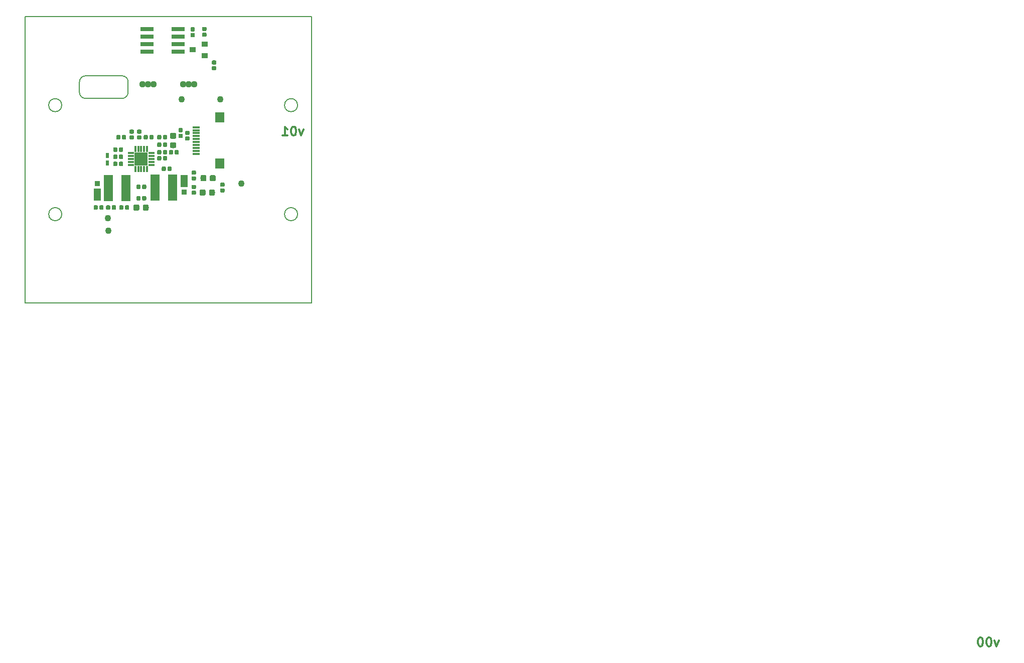
<source format=gbr>
%TF.GenerationSoftware,KiCad,Pcbnew,(5.1.4)-1*%
%TF.CreationDate,2019-12-19T16:50:31-07:00*%
%TF.ProjectId,SolarCellZ_v1,536f6c61-7243-4656-9c6c-5a5f76312e6b,rev?*%
%TF.SameCoordinates,Original*%
%TF.FileFunction,Soldermask,Bot*%
%TF.FilePolarity,Negative*%
%FSLAX46Y46*%
G04 Gerber Fmt 4.6, Leading zero omitted, Abs format (unit mm)*
G04 Created by KiCad (PCBNEW (5.1.4)-1) date 2019-12-19 16:50:31*
%MOMM*%
%LPD*%
G04 APERTURE LIST*
%ADD10C,0.200000*%
%ADD11C,0.300000*%
%ADD12R,1.201600X0.351600*%
%ADD13R,1.601600X1.801600*%
%ADD14C,1.117600*%
%ADD15C,1.101600*%
%ADD16R,0.901600X0.901600*%
%ADD17R,1.201600X2.101600*%
%ADD18R,2.311400X0.711200*%
%ADD19C,0.100000*%
%ADD20C,0.691600*%
%ADD21R,1.001600X0.901600*%
%ADD22C,0.976600*%
%ADD23R,0.627000X0.827000*%
%ADD24R,2.251600X2.251600*%
%ADD25R,0.401600X1.001600*%
%ADD26R,1.001600X0.401600*%
%ADD27R,1.562100X4.521200*%
G04 APERTURE END LIST*
D10*
X107407500Y-52841000D02*
G75*
G02X106407500Y-53841000I-1000000J0D01*
G01*
X100207500Y-53841000D02*
G75*
G02X99207500Y-52841000I0J1000000D01*
G01*
X106407500Y-50041000D02*
G75*
G02X107407500Y-51041000I0J-1000000D01*
G01*
X99207500Y-51041000D02*
G75*
G02X100207500Y-50041000I1000000J0D01*
G01*
X96207500Y-54991000D02*
G75*
G03X96207500Y-54991000I-1100000J0D01*
G01*
X106407500Y-50041000D02*
X100207500Y-50041000D01*
X138407500Y-39991000D02*
X138407500Y-88391000D01*
X138407500Y-88391000D02*
X90007500Y-88391000D01*
X96207500Y-73391000D02*
G75*
G03X96207500Y-73391000I-1100000J0D01*
G01*
X90007500Y-88391000D02*
X90007500Y-39991000D01*
X90007500Y-39991000D02*
X138407500Y-39991000D01*
X100207500Y-53841000D02*
X106407500Y-53841000D01*
X136007500Y-73391000D02*
G75*
G03X136007500Y-73391000I-1100000J0D01*
G01*
X136007500Y-54991000D02*
G75*
G03X136007500Y-54991000I-1100000J0D01*
G01*
X107407500Y-52841000D02*
X107407500Y-51041000D01*
X99207500Y-51041000D02*
X99207500Y-52841000D01*
D11*
X136977214Y-59114571D02*
X136620071Y-60114571D01*
X136262928Y-59114571D01*
X135405785Y-58614571D02*
X135262928Y-58614571D01*
X135120071Y-58686000D01*
X135048642Y-58757428D01*
X134977214Y-58900285D01*
X134905785Y-59186000D01*
X134905785Y-59543142D01*
X134977214Y-59828857D01*
X135048642Y-59971714D01*
X135120071Y-60043142D01*
X135262928Y-60114571D01*
X135405785Y-60114571D01*
X135548642Y-60043142D01*
X135620071Y-59971714D01*
X135691500Y-59828857D01*
X135762928Y-59543142D01*
X135762928Y-59186000D01*
X135691500Y-58900285D01*
X135620071Y-58757428D01*
X135548642Y-58686000D01*
X135405785Y-58614571D01*
X133477214Y-60114571D02*
X134334357Y-60114571D01*
X133905785Y-60114571D02*
X133905785Y-58614571D01*
X134048642Y-58828857D01*
X134191500Y-58971714D01*
X134334357Y-59043142D01*
X254325214Y-145347571D02*
X253968071Y-146347571D01*
X253610928Y-145347571D01*
X252753785Y-144847571D02*
X252610928Y-144847571D01*
X252468071Y-144919000D01*
X252396642Y-144990428D01*
X252325214Y-145133285D01*
X252253785Y-145419000D01*
X252253785Y-145776142D01*
X252325214Y-146061857D01*
X252396642Y-146204714D01*
X252468071Y-146276142D01*
X252610928Y-146347571D01*
X252753785Y-146347571D01*
X252896642Y-146276142D01*
X252968071Y-146204714D01*
X253039500Y-146061857D01*
X253110928Y-145776142D01*
X253110928Y-145419000D01*
X253039500Y-145133285D01*
X252968071Y-144990428D01*
X252896642Y-144919000D01*
X252753785Y-144847571D01*
X251325214Y-144847571D02*
X251182357Y-144847571D01*
X251039500Y-144919000D01*
X250968071Y-144990428D01*
X250896642Y-145133285D01*
X250825214Y-145419000D01*
X250825214Y-145776142D01*
X250896642Y-146061857D01*
X250968071Y-146204714D01*
X251039500Y-146276142D01*
X251182357Y-146347571D01*
X251325214Y-146347571D01*
X251468071Y-146276142D01*
X251539500Y-146204714D01*
X251610928Y-146061857D01*
X251682357Y-145776142D01*
X251682357Y-145419000D01*
X251610928Y-145133285D01*
X251539500Y-144990428D01*
X251468071Y-144919000D01*
X251325214Y-144847571D01*
D12*
X118935500Y-58710000D03*
X118935500Y-59210000D03*
X118935500Y-59710000D03*
X118935500Y-60210000D03*
X118935500Y-60710000D03*
X118935500Y-61210000D03*
X118935500Y-61710000D03*
X118935500Y-62210000D03*
X118935500Y-62710000D03*
X118935500Y-63210000D03*
D13*
X122835500Y-57060000D03*
X122835500Y-64860000D03*
D14*
X116700000Y-51500000D03*
X117650000Y-51500000D03*
X111700000Y-51500000D03*
X110750000Y-51500000D03*
X118600000Y-51500000D03*
X109800000Y-51500000D03*
D15*
X116459000Y-54038500D03*
X122936000Y-54038500D03*
X126492000Y-68199000D03*
X104013000Y-74041000D03*
X104076500Y-76200000D03*
D16*
X102235000Y-68219000D03*
D17*
X102235000Y-70119000D03*
D18*
X110604300Y-42164000D03*
X110604300Y-43434000D03*
X110604300Y-44704000D03*
X110604300Y-45974000D03*
X115836700Y-45974000D03*
X115836700Y-44704000D03*
X115836700Y-43434000D03*
X115836700Y-42164000D03*
D19*
G36*
X118515347Y-41842033D02*
G01*
X118532131Y-41844522D01*
X118548590Y-41848645D01*
X118564566Y-41854361D01*
X118579904Y-41861616D01*
X118594458Y-41870339D01*
X118608087Y-41880446D01*
X118620659Y-41891841D01*
X118632054Y-41904413D01*
X118642161Y-41918042D01*
X118650884Y-41932596D01*
X118658139Y-41947934D01*
X118663855Y-41963910D01*
X118667978Y-41980369D01*
X118670467Y-41997153D01*
X118671300Y-42014100D01*
X118671300Y-42359900D01*
X118670467Y-42376847D01*
X118667978Y-42393631D01*
X118663855Y-42410090D01*
X118658139Y-42426066D01*
X118650884Y-42441404D01*
X118642161Y-42455958D01*
X118632054Y-42469587D01*
X118620659Y-42482159D01*
X118608087Y-42493554D01*
X118594458Y-42503661D01*
X118579904Y-42512384D01*
X118564566Y-42519639D01*
X118548590Y-42525355D01*
X118532131Y-42529478D01*
X118515347Y-42531967D01*
X118498400Y-42532800D01*
X118102600Y-42532800D01*
X118085653Y-42531967D01*
X118068869Y-42529478D01*
X118052410Y-42525355D01*
X118036434Y-42519639D01*
X118021096Y-42512384D01*
X118006542Y-42503661D01*
X117992913Y-42493554D01*
X117980341Y-42482159D01*
X117968946Y-42469587D01*
X117958839Y-42455958D01*
X117950116Y-42441404D01*
X117942861Y-42426066D01*
X117937145Y-42410090D01*
X117933022Y-42393631D01*
X117930533Y-42376847D01*
X117929700Y-42359900D01*
X117929700Y-42014100D01*
X117930533Y-41997153D01*
X117933022Y-41980369D01*
X117937145Y-41963910D01*
X117942861Y-41947934D01*
X117950116Y-41932596D01*
X117958839Y-41918042D01*
X117968946Y-41904413D01*
X117980341Y-41891841D01*
X117992913Y-41880446D01*
X118006542Y-41870339D01*
X118021096Y-41861616D01*
X118036434Y-41854361D01*
X118052410Y-41848645D01*
X118068869Y-41844522D01*
X118085653Y-41842033D01*
X118102600Y-41841200D01*
X118498400Y-41841200D01*
X118515347Y-41842033D01*
X118515347Y-41842033D01*
G37*
D20*
X118300500Y-42187000D03*
D19*
G36*
X118515347Y-42812033D02*
G01*
X118532131Y-42814522D01*
X118548590Y-42818645D01*
X118564566Y-42824361D01*
X118579904Y-42831616D01*
X118594458Y-42840339D01*
X118608087Y-42850446D01*
X118620659Y-42861841D01*
X118632054Y-42874413D01*
X118642161Y-42888042D01*
X118650884Y-42902596D01*
X118658139Y-42917934D01*
X118663855Y-42933910D01*
X118667978Y-42950369D01*
X118670467Y-42967153D01*
X118671300Y-42984100D01*
X118671300Y-43329900D01*
X118670467Y-43346847D01*
X118667978Y-43363631D01*
X118663855Y-43380090D01*
X118658139Y-43396066D01*
X118650884Y-43411404D01*
X118642161Y-43425958D01*
X118632054Y-43439587D01*
X118620659Y-43452159D01*
X118608087Y-43463554D01*
X118594458Y-43473661D01*
X118579904Y-43482384D01*
X118564566Y-43489639D01*
X118548590Y-43495355D01*
X118532131Y-43499478D01*
X118515347Y-43501967D01*
X118498400Y-43502800D01*
X118102600Y-43502800D01*
X118085653Y-43501967D01*
X118068869Y-43499478D01*
X118052410Y-43495355D01*
X118036434Y-43489639D01*
X118021096Y-43482384D01*
X118006542Y-43473661D01*
X117992913Y-43463554D01*
X117980341Y-43452159D01*
X117968946Y-43439587D01*
X117958839Y-43425958D01*
X117950116Y-43411404D01*
X117942861Y-43396066D01*
X117937145Y-43380090D01*
X117933022Y-43363631D01*
X117930533Y-43346847D01*
X117929700Y-43329900D01*
X117929700Y-42984100D01*
X117930533Y-42967153D01*
X117933022Y-42950369D01*
X117937145Y-42933910D01*
X117942861Y-42917934D01*
X117950116Y-42902596D01*
X117958839Y-42888042D01*
X117968946Y-42874413D01*
X117980341Y-42861841D01*
X117992913Y-42850446D01*
X118006542Y-42840339D01*
X118021096Y-42831616D01*
X118036434Y-42824361D01*
X118052410Y-42818645D01*
X118068869Y-42814522D01*
X118085653Y-42812033D01*
X118102600Y-42811200D01*
X118498400Y-42811200D01*
X118515347Y-42812033D01*
X118515347Y-42812033D01*
G37*
D20*
X118300500Y-43157000D03*
D19*
G36*
X120483847Y-41778533D02*
G01*
X120500631Y-41781022D01*
X120517090Y-41785145D01*
X120533066Y-41790861D01*
X120548404Y-41798116D01*
X120562958Y-41806839D01*
X120576587Y-41816946D01*
X120589159Y-41828341D01*
X120600554Y-41840913D01*
X120610661Y-41854542D01*
X120619384Y-41869096D01*
X120626639Y-41884434D01*
X120632355Y-41900410D01*
X120636478Y-41916869D01*
X120638967Y-41933653D01*
X120639800Y-41950600D01*
X120639800Y-42296400D01*
X120638967Y-42313347D01*
X120636478Y-42330131D01*
X120632355Y-42346590D01*
X120626639Y-42362566D01*
X120619384Y-42377904D01*
X120610661Y-42392458D01*
X120600554Y-42406087D01*
X120589159Y-42418659D01*
X120576587Y-42430054D01*
X120562958Y-42440161D01*
X120548404Y-42448884D01*
X120533066Y-42456139D01*
X120517090Y-42461855D01*
X120500631Y-42465978D01*
X120483847Y-42468467D01*
X120466900Y-42469300D01*
X120071100Y-42469300D01*
X120054153Y-42468467D01*
X120037369Y-42465978D01*
X120020910Y-42461855D01*
X120004934Y-42456139D01*
X119989596Y-42448884D01*
X119975042Y-42440161D01*
X119961413Y-42430054D01*
X119948841Y-42418659D01*
X119937446Y-42406087D01*
X119927339Y-42392458D01*
X119918616Y-42377904D01*
X119911361Y-42362566D01*
X119905645Y-42346590D01*
X119901522Y-42330131D01*
X119899033Y-42313347D01*
X119898200Y-42296400D01*
X119898200Y-41950600D01*
X119899033Y-41933653D01*
X119901522Y-41916869D01*
X119905645Y-41900410D01*
X119911361Y-41884434D01*
X119918616Y-41869096D01*
X119927339Y-41854542D01*
X119937446Y-41840913D01*
X119948841Y-41828341D01*
X119961413Y-41816946D01*
X119975042Y-41806839D01*
X119989596Y-41798116D01*
X120004934Y-41790861D01*
X120020910Y-41785145D01*
X120037369Y-41781022D01*
X120054153Y-41778533D01*
X120071100Y-41777700D01*
X120466900Y-41777700D01*
X120483847Y-41778533D01*
X120483847Y-41778533D01*
G37*
D20*
X120269000Y-42123500D03*
D19*
G36*
X120483847Y-42748533D02*
G01*
X120500631Y-42751022D01*
X120517090Y-42755145D01*
X120533066Y-42760861D01*
X120548404Y-42768116D01*
X120562958Y-42776839D01*
X120576587Y-42786946D01*
X120589159Y-42798341D01*
X120600554Y-42810913D01*
X120610661Y-42824542D01*
X120619384Y-42839096D01*
X120626639Y-42854434D01*
X120632355Y-42870410D01*
X120636478Y-42886869D01*
X120638967Y-42903653D01*
X120639800Y-42920600D01*
X120639800Y-43266400D01*
X120638967Y-43283347D01*
X120636478Y-43300131D01*
X120632355Y-43316590D01*
X120626639Y-43332566D01*
X120619384Y-43347904D01*
X120610661Y-43362458D01*
X120600554Y-43376087D01*
X120589159Y-43388659D01*
X120576587Y-43400054D01*
X120562958Y-43410161D01*
X120548404Y-43418884D01*
X120533066Y-43426139D01*
X120517090Y-43431855D01*
X120500631Y-43435978D01*
X120483847Y-43438467D01*
X120466900Y-43439300D01*
X120071100Y-43439300D01*
X120054153Y-43438467D01*
X120037369Y-43435978D01*
X120020910Y-43431855D01*
X120004934Y-43426139D01*
X119989596Y-43418884D01*
X119975042Y-43410161D01*
X119961413Y-43400054D01*
X119948841Y-43388659D01*
X119937446Y-43376087D01*
X119927339Y-43362458D01*
X119918616Y-43347904D01*
X119911361Y-43332566D01*
X119905645Y-43316590D01*
X119901522Y-43300131D01*
X119899033Y-43283347D01*
X119898200Y-43266400D01*
X119898200Y-42920600D01*
X119899033Y-42903653D01*
X119901522Y-42886869D01*
X119905645Y-42870410D01*
X119911361Y-42854434D01*
X119918616Y-42839096D01*
X119927339Y-42824542D01*
X119937446Y-42810913D01*
X119948841Y-42798341D01*
X119961413Y-42786946D01*
X119975042Y-42776839D01*
X119989596Y-42768116D01*
X120004934Y-42760861D01*
X120020910Y-42755145D01*
X120037369Y-42751022D01*
X120054153Y-42748533D01*
X120071100Y-42747700D01*
X120466900Y-42747700D01*
X120483847Y-42748533D01*
X120483847Y-42748533D01*
G37*
D20*
X120269000Y-43093500D03*
D19*
G36*
X122134847Y-48400033D02*
G01*
X122151631Y-48402522D01*
X122168090Y-48406645D01*
X122184066Y-48412361D01*
X122199404Y-48419616D01*
X122213958Y-48428339D01*
X122227587Y-48438446D01*
X122240159Y-48449841D01*
X122251554Y-48462413D01*
X122261661Y-48476042D01*
X122270384Y-48490596D01*
X122277639Y-48505934D01*
X122283355Y-48521910D01*
X122287478Y-48538369D01*
X122289967Y-48555153D01*
X122290800Y-48572100D01*
X122290800Y-48917900D01*
X122289967Y-48934847D01*
X122287478Y-48951631D01*
X122283355Y-48968090D01*
X122277639Y-48984066D01*
X122270384Y-48999404D01*
X122261661Y-49013958D01*
X122251554Y-49027587D01*
X122240159Y-49040159D01*
X122227587Y-49051554D01*
X122213958Y-49061661D01*
X122199404Y-49070384D01*
X122184066Y-49077639D01*
X122168090Y-49083355D01*
X122151631Y-49087478D01*
X122134847Y-49089967D01*
X122117900Y-49090800D01*
X121722100Y-49090800D01*
X121705153Y-49089967D01*
X121688369Y-49087478D01*
X121671910Y-49083355D01*
X121655934Y-49077639D01*
X121640596Y-49070384D01*
X121626042Y-49061661D01*
X121612413Y-49051554D01*
X121599841Y-49040159D01*
X121588446Y-49027587D01*
X121578339Y-49013958D01*
X121569616Y-48999404D01*
X121562361Y-48984066D01*
X121556645Y-48968090D01*
X121552522Y-48951631D01*
X121550033Y-48934847D01*
X121549200Y-48917900D01*
X121549200Y-48572100D01*
X121550033Y-48555153D01*
X121552522Y-48538369D01*
X121556645Y-48521910D01*
X121562361Y-48505934D01*
X121569616Y-48490596D01*
X121578339Y-48476042D01*
X121588446Y-48462413D01*
X121599841Y-48449841D01*
X121612413Y-48438446D01*
X121626042Y-48428339D01*
X121640596Y-48419616D01*
X121655934Y-48412361D01*
X121671910Y-48406645D01*
X121688369Y-48402522D01*
X121705153Y-48400033D01*
X121722100Y-48399200D01*
X122117900Y-48399200D01*
X122134847Y-48400033D01*
X122134847Y-48400033D01*
G37*
D20*
X121920000Y-48745000D03*
D19*
G36*
X122134847Y-47430033D02*
G01*
X122151631Y-47432522D01*
X122168090Y-47436645D01*
X122184066Y-47442361D01*
X122199404Y-47449616D01*
X122213958Y-47458339D01*
X122227587Y-47468446D01*
X122240159Y-47479841D01*
X122251554Y-47492413D01*
X122261661Y-47506042D01*
X122270384Y-47520596D01*
X122277639Y-47535934D01*
X122283355Y-47551910D01*
X122287478Y-47568369D01*
X122289967Y-47585153D01*
X122290800Y-47602100D01*
X122290800Y-47947900D01*
X122289967Y-47964847D01*
X122287478Y-47981631D01*
X122283355Y-47998090D01*
X122277639Y-48014066D01*
X122270384Y-48029404D01*
X122261661Y-48043958D01*
X122251554Y-48057587D01*
X122240159Y-48070159D01*
X122227587Y-48081554D01*
X122213958Y-48091661D01*
X122199404Y-48100384D01*
X122184066Y-48107639D01*
X122168090Y-48113355D01*
X122151631Y-48117478D01*
X122134847Y-48119967D01*
X122117900Y-48120800D01*
X121722100Y-48120800D01*
X121705153Y-48119967D01*
X121688369Y-48117478D01*
X121671910Y-48113355D01*
X121655934Y-48107639D01*
X121640596Y-48100384D01*
X121626042Y-48091661D01*
X121612413Y-48081554D01*
X121599841Y-48070159D01*
X121588446Y-48057587D01*
X121578339Y-48043958D01*
X121569616Y-48029404D01*
X121562361Y-48014066D01*
X121556645Y-47998090D01*
X121552522Y-47981631D01*
X121550033Y-47964847D01*
X121549200Y-47947900D01*
X121549200Y-47602100D01*
X121550033Y-47585153D01*
X121552522Y-47568369D01*
X121556645Y-47551910D01*
X121562361Y-47535934D01*
X121569616Y-47520596D01*
X121578339Y-47506042D01*
X121588446Y-47492413D01*
X121599841Y-47479841D01*
X121612413Y-47468446D01*
X121626042Y-47458339D01*
X121640596Y-47449616D01*
X121655934Y-47442361D01*
X121671910Y-47436645D01*
X121688369Y-47432522D01*
X121705153Y-47430033D01*
X121722100Y-47429200D01*
X122117900Y-47429200D01*
X122134847Y-47430033D01*
X122134847Y-47430033D01*
G37*
D20*
X121920000Y-47775000D03*
D21*
X118316500Y-45656500D03*
X120316500Y-46606500D03*
X120316500Y-44706500D03*
D19*
G36*
X123531847Y-69037533D02*
G01*
X123548631Y-69040022D01*
X123565090Y-69044145D01*
X123581066Y-69049861D01*
X123596404Y-69057116D01*
X123610958Y-69065839D01*
X123624587Y-69075946D01*
X123637159Y-69087341D01*
X123648554Y-69099913D01*
X123658661Y-69113542D01*
X123667384Y-69128096D01*
X123674639Y-69143434D01*
X123680355Y-69159410D01*
X123684478Y-69175869D01*
X123686967Y-69192653D01*
X123687800Y-69209600D01*
X123687800Y-69555400D01*
X123686967Y-69572347D01*
X123684478Y-69589131D01*
X123680355Y-69605590D01*
X123674639Y-69621566D01*
X123667384Y-69636904D01*
X123658661Y-69651458D01*
X123648554Y-69665087D01*
X123637159Y-69677659D01*
X123624587Y-69689054D01*
X123610958Y-69699161D01*
X123596404Y-69707884D01*
X123581066Y-69715139D01*
X123565090Y-69720855D01*
X123548631Y-69724978D01*
X123531847Y-69727467D01*
X123514900Y-69728300D01*
X123119100Y-69728300D01*
X123102153Y-69727467D01*
X123085369Y-69724978D01*
X123068910Y-69720855D01*
X123052934Y-69715139D01*
X123037596Y-69707884D01*
X123023042Y-69699161D01*
X123009413Y-69689054D01*
X122996841Y-69677659D01*
X122985446Y-69665087D01*
X122975339Y-69651458D01*
X122966616Y-69636904D01*
X122959361Y-69621566D01*
X122953645Y-69605590D01*
X122949522Y-69589131D01*
X122947033Y-69572347D01*
X122946200Y-69555400D01*
X122946200Y-69209600D01*
X122947033Y-69192653D01*
X122949522Y-69175869D01*
X122953645Y-69159410D01*
X122959361Y-69143434D01*
X122966616Y-69128096D01*
X122975339Y-69113542D01*
X122985446Y-69099913D01*
X122996841Y-69087341D01*
X123009413Y-69075946D01*
X123023042Y-69065839D01*
X123037596Y-69057116D01*
X123052934Y-69049861D01*
X123068910Y-69044145D01*
X123085369Y-69040022D01*
X123102153Y-69037533D01*
X123119100Y-69036700D01*
X123514900Y-69036700D01*
X123531847Y-69037533D01*
X123531847Y-69037533D01*
G37*
D20*
X123317000Y-69382500D03*
D19*
G36*
X123531847Y-68067533D02*
G01*
X123548631Y-68070022D01*
X123565090Y-68074145D01*
X123581066Y-68079861D01*
X123596404Y-68087116D01*
X123610958Y-68095839D01*
X123624587Y-68105946D01*
X123637159Y-68117341D01*
X123648554Y-68129913D01*
X123658661Y-68143542D01*
X123667384Y-68158096D01*
X123674639Y-68173434D01*
X123680355Y-68189410D01*
X123684478Y-68205869D01*
X123686967Y-68222653D01*
X123687800Y-68239600D01*
X123687800Y-68585400D01*
X123686967Y-68602347D01*
X123684478Y-68619131D01*
X123680355Y-68635590D01*
X123674639Y-68651566D01*
X123667384Y-68666904D01*
X123658661Y-68681458D01*
X123648554Y-68695087D01*
X123637159Y-68707659D01*
X123624587Y-68719054D01*
X123610958Y-68729161D01*
X123596404Y-68737884D01*
X123581066Y-68745139D01*
X123565090Y-68750855D01*
X123548631Y-68754978D01*
X123531847Y-68757467D01*
X123514900Y-68758300D01*
X123119100Y-68758300D01*
X123102153Y-68757467D01*
X123085369Y-68754978D01*
X123068910Y-68750855D01*
X123052934Y-68745139D01*
X123037596Y-68737884D01*
X123023042Y-68729161D01*
X123009413Y-68719054D01*
X122996841Y-68707659D01*
X122985446Y-68695087D01*
X122975339Y-68681458D01*
X122966616Y-68666904D01*
X122959361Y-68651566D01*
X122953645Y-68635590D01*
X122949522Y-68619131D01*
X122947033Y-68602347D01*
X122946200Y-68585400D01*
X122946200Y-68239600D01*
X122947033Y-68222653D01*
X122949522Y-68205869D01*
X122953645Y-68189410D01*
X122959361Y-68173434D01*
X122966616Y-68158096D01*
X122975339Y-68143542D01*
X122985446Y-68129913D01*
X122996841Y-68117341D01*
X123009413Y-68105946D01*
X123023042Y-68095839D01*
X123037596Y-68087116D01*
X123052934Y-68079861D01*
X123068910Y-68074145D01*
X123085369Y-68070022D01*
X123102153Y-68067533D01*
X123119100Y-68066700D01*
X123514900Y-68066700D01*
X123531847Y-68067533D01*
X123531847Y-68067533D01*
G37*
D20*
X123317000Y-68412500D03*
D19*
G36*
X115304081Y-61260376D02*
G01*
X115327781Y-61263891D01*
X115351023Y-61269713D01*
X115373582Y-61277785D01*
X115395242Y-61288029D01*
X115415792Y-61300347D01*
X115435037Y-61314619D01*
X115452790Y-61330710D01*
X115468881Y-61348463D01*
X115483153Y-61367708D01*
X115495471Y-61388258D01*
X115505715Y-61409918D01*
X115513787Y-61432477D01*
X115519609Y-61455719D01*
X115523124Y-61479419D01*
X115524300Y-61503350D01*
X115524300Y-61991650D01*
X115523124Y-62015581D01*
X115519609Y-62039281D01*
X115513787Y-62062523D01*
X115505715Y-62085082D01*
X115495471Y-62106742D01*
X115483153Y-62127292D01*
X115468881Y-62146537D01*
X115452790Y-62164290D01*
X115435037Y-62180381D01*
X115415792Y-62194653D01*
X115395242Y-62206971D01*
X115373582Y-62217215D01*
X115351023Y-62225287D01*
X115327781Y-62231109D01*
X115304081Y-62234624D01*
X115280150Y-62235800D01*
X114716850Y-62235800D01*
X114692919Y-62234624D01*
X114669219Y-62231109D01*
X114645977Y-62225287D01*
X114623418Y-62217215D01*
X114601758Y-62206971D01*
X114581208Y-62194653D01*
X114561963Y-62180381D01*
X114544210Y-62164290D01*
X114528119Y-62146537D01*
X114513847Y-62127292D01*
X114501529Y-62106742D01*
X114491285Y-62085082D01*
X114483213Y-62062523D01*
X114477391Y-62039281D01*
X114473876Y-62015581D01*
X114472700Y-61991650D01*
X114472700Y-61503350D01*
X114473876Y-61479419D01*
X114477391Y-61455719D01*
X114483213Y-61432477D01*
X114491285Y-61409918D01*
X114501529Y-61388258D01*
X114513847Y-61367708D01*
X114528119Y-61348463D01*
X114544210Y-61330710D01*
X114561963Y-61314619D01*
X114581208Y-61300347D01*
X114601758Y-61288029D01*
X114623418Y-61277785D01*
X114645977Y-61269713D01*
X114669219Y-61263891D01*
X114692919Y-61260376D01*
X114716850Y-61259200D01*
X115280150Y-61259200D01*
X115304081Y-61260376D01*
X115304081Y-61260376D01*
G37*
D22*
X114998500Y-61747500D03*
D19*
G36*
X115304081Y-59685376D02*
G01*
X115327781Y-59688891D01*
X115351023Y-59694713D01*
X115373582Y-59702785D01*
X115395242Y-59713029D01*
X115415792Y-59725347D01*
X115435037Y-59739619D01*
X115452790Y-59755710D01*
X115468881Y-59773463D01*
X115483153Y-59792708D01*
X115495471Y-59813258D01*
X115505715Y-59834918D01*
X115513787Y-59857477D01*
X115519609Y-59880719D01*
X115523124Y-59904419D01*
X115524300Y-59928350D01*
X115524300Y-60416650D01*
X115523124Y-60440581D01*
X115519609Y-60464281D01*
X115513787Y-60487523D01*
X115505715Y-60510082D01*
X115495471Y-60531742D01*
X115483153Y-60552292D01*
X115468881Y-60571537D01*
X115452790Y-60589290D01*
X115435037Y-60605381D01*
X115415792Y-60619653D01*
X115395242Y-60631971D01*
X115373582Y-60642215D01*
X115351023Y-60650287D01*
X115327781Y-60656109D01*
X115304081Y-60659624D01*
X115280150Y-60660800D01*
X114716850Y-60660800D01*
X114692919Y-60659624D01*
X114669219Y-60656109D01*
X114645977Y-60650287D01*
X114623418Y-60642215D01*
X114601758Y-60631971D01*
X114581208Y-60619653D01*
X114561963Y-60605381D01*
X114544210Y-60589290D01*
X114528119Y-60571537D01*
X114513847Y-60552292D01*
X114501529Y-60531742D01*
X114491285Y-60510082D01*
X114483213Y-60487523D01*
X114477391Y-60464281D01*
X114473876Y-60440581D01*
X114472700Y-60416650D01*
X114472700Y-59928350D01*
X114473876Y-59904419D01*
X114477391Y-59880719D01*
X114483213Y-59857477D01*
X114491285Y-59834918D01*
X114501529Y-59813258D01*
X114513847Y-59792708D01*
X114528119Y-59773463D01*
X114544210Y-59755710D01*
X114561963Y-59739619D01*
X114581208Y-59725347D01*
X114601758Y-59713029D01*
X114623418Y-59702785D01*
X114645977Y-59694713D01*
X114669219Y-59688891D01*
X114692919Y-59685376D01*
X114716850Y-59684200D01*
X115280150Y-59684200D01*
X115304081Y-59685376D01*
X115304081Y-59685376D01*
G37*
D22*
X114998500Y-60172500D03*
D19*
G36*
X110319007Y-70332689D02*
G01*
X110335791Y-70335178D01*
X110352250Y-70339301D01*
X110368226Y-70345017D01*
X110383564Y-70352272D01*
X110398118Y-70360995D01*
X110411747Y-70371102D01*
X110424319Y-70382497D01*
X110435714Y-70395069D01*
X110445821Y-70408698D01*
X110454544Y-70423252D01*
X110461799Y-70438590D01*
X110467515Y-70454566D01*
X110471638Y-70471025D01*
X110474127Y-70487809D01*
X110474960Y-70504756D01*
X110474960Y-70900556D01*
X110474127Y-70917503D01*
X110471638Y-70934287D01*
X110467515Y-70950746D01*
X110461799Y-70966722D01*
X110454544Y-70982060D01*
X110445821Y-70996614D01*
X110435714Y-71010243D01*
X110424319Y-71022815D01*
X110411747Y-71034210D01*
X110398118Y-71044317D01*
X110383564Y-71053040D01*
X110368226Y-71060295D01*
X110352250Y-71066011D01*
X110335791Y-71070134D01*
X110319007Y-71072623D01*
X110302060Y-71073456D01*
X109956260Y-71073456D01*
X109939313Y-71072623D01*
X109922529Y-71070134D01*
X109906070Y-71066011D01*
X109890094Y-71060295D01*
X109874756Y-71053040D01*
X109860202Y-71044317D01*
X109846573Y-71034210D01*
X109834001Y-71022815D01*
X109822606Y-71010243D01*
X109812499Y-70996614D01*
X109803776Y-70982060D01*
X109796521Y-70966722D01*
X109790805Y-70950746D01*
X109786682Y-70934287D01*
X109784193Y-70917503D01*
X109783360Y-70900556D01*
X109783360Y-70504756D01*
X109784193Y-70487809D01*
X109786682Y-70471025D01*
X109790805Y-70454566D01*
X109796521Y-70438590D01*
X109803776Y-70423252D01*
X109812499Y-70408698D01*
X109822606Y-70395069D01*
X109834001Y-70382497D01*
X109846573Y-70371102D01*
X109860202Y-70360995D01*
X109874756Y-70352272D01*
X109890094Y-70345017D01*
X109906070Y-70339301D01*
X109922529Y-70335178D01*
X109939313Y-70332689D01*
X109956260Y-70331856D01*
X110302060Y-70331856D01*
X110319007Y-70332689D01*
X110319007Y-70332689D01*
G37*
D20*
X110129160Y-70702656D03*
D19*
G36*
X109349007Y-70332689D02*
G01*
X109365791Y-70335178D01*
X109382250Y-70339301D01*
X109398226Y-70345017D01*
X109413564Y-70352272D01*
X109428118Y-70360995D01*
X109441747Y-70371102D01*
X109454319Y-70382497D01*
X109465714Y-70395069D01*
X109475821Y-70408698D01*
X109484544Y-70423252D01*
X109491799Y-70438590D01*
X109497515Y-70454566D01*
X109501638Y-70471025D01*
X109504127Y-70487809D01*
X109504960Y-70504756D01*
X109504960Y-70900556D01*
X109504127Y-70917503D01*
X109501638Y-70934287D01*
X109497515Y-70950746D01*
X109491799Y-70966722D01*
X109484544Y-70982060D01*
X109475821Y-70996614D01*
X109465714Y-71010243D01*
X109454319Y-71022815D01*
X109441747Y-71034210D01*
X109428118Y-71044317D01*
X109413564Y-71053040D01*
X109398226Y-71060295D01*
X109382250Y-71066011D01*
X109365791Y-71070134D01*
X109349007Y-71072623D01*
X109332060Y-71073456D01*
X108986260Y-71073456D01*
X108969313Y-71072623D01*
X108952529Y-71070134D01*
X108936070Y-71066011D01*
X108920094Y-71060295D01*
X108904756Y-71053040D01*
X108890202Y-71044317D01*
X108876573Y-71034210D01*
X108864001Y-71022815D01*
X108852606Y-71010243D01*
X108842499Y-70996614D01*
X108833776Y-70982060D01*
X108826521Y-70966722D01*
X108820805Y-70950746D01*
X108816682Y-70934287D01*
X108814193Y-70917503D01*
X108813360Y-70900556D01*
X108813360Y-70504756D01*
X108814193Y-70487809D01*
X108816682Y-70471025D01*
X108820805Y-70454566D01*
X108826521Y-70438590D01*
X108833776Y-70423252D01*
X108842499Y-70408698D01*
X108852606Y-70395069D01*
X108864001Y-70382497D01*
X108876573Y-70371102D01*
X108890202Y-70360995D01*
X108904756Y-70352272D01*
X108920094Y-70345017D01*
X108936070Y-70339301D01*
X108952529Y-70335178D01*
X108969313Y-70332689D01*
X108986260Y-70331856D01*
X109332060Y-70331856D01*
X109349007Y-70332689D01*
X109349007Y-70332689D01*
G37*
D20*
X109159160Y-70702656D03*
D19*
G36*
X121959581Y-66785376D02*
G01*
X121983281Y-66788891D01*
X122006523Y-66794713D01*
X122029082Y-66802785D01*
X122050742Y-66813029D01*
X122071292Y-66825347D01*
X122090537Y-66839619D01*
X122108290Y-66855710D01*
X122124381Y-66873463D01*
X122138653Y-66892708D01*
X122150971Y-66913258D01*
X122161215Y-66934918D01*
X122169287Y-66957477D01*
X122175109Y-66980719D01*
X122178624Y-67004419D01*
X122179800Y-67028350D01*
X122179800Y-67591650D01*
X122178624Y-67615581D01*
X122175109Y-67639281D01*
X122169287Y-67662523D01*
X122161215Y-67685082D01*
X122150971Y-67706742D01*
X122138653Y-67727292D01*
X122124381Y-67746537D01*
X122108290Y-67764290D01*
X122090537Y-67780381D01*
X122071292Y-67794653D01*
X122050742Y-67806971D01*
X122029082Y-67817215D01*
X122006523Y-67825287D01*
X121983281Y-67831109D01*
X121959581Y-67834624D01*
X121935650Y-67835800D01*
X121447350Y-67835800D01*
X121423419Y-67834624D01*
X121399719Y-67831109D01*
X121376477Y-67825287D01*
X121353918Y-67817215D01*
X121332258Y-67806971D01*
X121311708Y-67794653D01*
X121292463Y-67780381D01*
X121274710Y-67764290D01*
X121258619Y-67746537D01*
X121244347Y-67727292D01*
X121232029Y-67706742D01*
X121221785Y-67685082D01*
X121213713Y-67662523D01*
X121207891Y-67639281D01*
X121204376Y-67615581D01*
X121203200Y-67591650D01*
X121203200Y-67028350D01*
X121204376Y-67004419D01*
X121207891Y-66980719D01*
X121213713Y-66957477D01*
X121221785Y-66934918D01*
X121232029Y-66913258D01*
X121244347Y-66892708D01*
X121258619Y-66873463D01*
X121274710Y-66855710D01*
X121292463Y-66839619D01*
X121311708Y-66825347D01*
X121332258Y-66813029D01*
X121353918Y-66802785D01*
X121376477Y-66794713D01*
X121399719Y-66788891D01*
X121423419Y-66785376D01*
X121447350Y-66784200D01*
X121935650Y-66784200D01*
X121959581Y-66785376D01*
X121959581Y-66785376D01*
G37*
D22*
X121691500Y-67310000D03*
D19*
G36*
X120384581Y-66785376D02*
G01*
X120408281Y-66788891D01*
X120431523Y-66794713D01*
X120454082Y-66802785D01*
X120475742Y-66813029D01*
X120496292Y-66825347D01*
X120515537Y-66839619D01*
X120533290Y-66855710D01*
X120549381Y-66873463D01*
X120563653Y-66892708D01*
X120575971Y-66913258D01*
X120586215Y-66934918D01*
X120594287Y-66957477D01*
X120600109Y-66980719D01*
X120603624Y-67004419D01*
X120604800Y-67028350D01*
X120604800Y-67591650D01*
X120603624Y-67615581D01*
X120600109Y-67639281D01*
X120594287Y-67662523D01*
X120586215Y-67685082D01*
X120575971Y-67706742D01*
X120563653Y-67727292D01*
X120549381Y-67746537D01*
X120533290Y-67764290D01*
X120515537Y-67780381D01*
X120496292Y-67794653D01*
X120475742Y-67806971D01*
X120454082Y-67817215D01*
X120431523Y-67825287D01*
X120408281Y-67831109D01*
X120384581Y-67834624D01*
X120360650Y-67835800D01*
X119872350Y-67835800D01*
X119848419Y-67834624D01*
X119824719Y-67831109D01*
X119801477Y-67825287D01*
X119778918Y-67817215D01*
X119757258Y-67806971D01*
X119736708Y-67794653D01*
X119717463Y-67780381D01*
X119699710Y-67764290D01*
X119683619Y-67746537D01*
X119669347Y-67727292D01*
X119657029Y-67706742D01*
X119646785Y-67685082D01*
X119638713Y-67662523D01*
X119632891Y-67639281D01*
X119629376Y-67615581D01*
X119628200Y-67591650D01*
X119628200Y-67028350D01*
X119629376Y-67004419D01*
X119632891Y-66980719D01*
X119638713Y-66957477D01*
X119646785Y-66934918D01*
X119657029Y-66913258D01*
X119669347Y-66892708D01*
X119683619Y-66873463D01*
X119699710Y-66855710D01*
X119717463Y-66839619D01*
X119736708Y-66825347D01*
X119757258Y-66813029D01*
X119778918Y-66802785D01*
X119801477Y-66794713D01*
X119824719Y-66788891D01*
X119848419Y-66785376D01*
X119872350Y-66784200D01*
X120360650Y-66784200D01*
X120384581Y-66785376D01*
X120384581Y-66785376D01*
G37*
D22*
X120116500Y-67310000D03*
D23*
X103949500Y-64770000D03*
X103949500Y-63470000D03*
D24*
X109624160Y-64098656D03*
D25*
X108624160Y-65798656D03*
X109124160Y-65798656D03*
X109624160Y-65798656D03*
X110124160Y-65798656D03*
X110624160Y-65798656D03*
D26*
X111324160Y-65098656D03*
X111324160Y-64598656D03*
X111324160Y-64098656D03*
X111324160Y-63598656D03*
X111324160Y-63098656D03*
D25*
X110624160Y-62398656D03*
X110124160Y-62398656D03*
X109624160Y-62398656D03*
X109124160Y-62398656D03*
X108624160Y-62398656D03*
D26*
X107924160Y-63098656D03*
X107924160Y-63598656D03*
X107924160Y-64098656D03*
X107924160Y-64598656D03*
X107924160Y-65098656D03*
D16*
X116840000Y-69703000D03*
D17*
X116840000Y-67803000D03*
D19*
G36*
X106910347Y-60018533D02*
G01*
X106927131Y-60021022D01*
X106943590Y-60025145D01*
X106959566Y-60030861D01*
X106974904Y-60038116D01*
X106989458Y-60046839D01*
X107003087Y-60056946D01*
X107015659Y-60068341D01*
X107027054Y-60080913D01*
X107037161Y-60094542D01*
X107045884Y-60109096D01*
X107053139Y-60124434D01*
X107058855Y-60140410D01*
X107062978Y-60156869D01*
X107065467Y-60173653D01*
X107066300Y-60190600D01*
X107066300Y-60586400D01*
X107065467Y-60603347D01*
X107062978Y-60620131D01*
X107058855Y-60636590D01*
X107053139Y-60652566D01*
X107045884Y-60667904D01*
X107037161Y-60682458D01*
X107027054Y-60696087D01*
X107015659Y-60708659D01*
X107003087Y-60720054D01*
X106989458Y-60730161D01*
X106974904Y-60738884D01*
X106959566Y-60746139D01*
X106943590Y-60751855D01*
X106927131Y-60755978D01*
X106910347Y-60758467D01*
X106893400Y-60759300D01*
X106547600Y-60759300D01*
X106530653Y-60758467D01*
X106513869Y-60755978D01*
X106497410Y-60751855D01*
X106481434Y-60746139D01*
X106466096Y-60738884D01*
X106451542Y-60730161D01*
X106437913Y-60720054D01*
X106425341Y-60708659D01*
X106413946Y-60696087D01*
X106403839Y-60682458D01*
X106395116Y-60667904D01*
X106387861Y-60652566D01*
X106382145Y-60636590D01*
X106378022Y-60620131D01*
X106375533Y-60603347D01*
X106374700Y-60586400D01*
X106374700Y-60190600D01*
X106375533Y-60173653D01*
X106378022Y-60156869D01*
X106382145Y-60140410D01*
X106387861Y-60124434D01*
X106395116Y-60109096D01*
X106403839Y-60094542D01*
X106413946Y-60080913D01*
X106425341Y-60068341D01*
X106437913Y-60056946D01*
X106451542Y-60046839D01*
X106466096Y-60038116D01*
X106481434Y-60030861D01*
X106497410Y-60025145D01*
X106513869Y-60021022D01*
X106530653Y-60018533D01*
X106547600Y-60017700D01*
X106893400Y-60017700D01*
X106910347Y-60018533D01*
X106910347Y-60018533D01*
G37*
D20*
X106720500Y-60388500D03*
D19*
G36*
X105940347Y-60018533D02*
G01*
X105957131Y-60021022D01*
X105973590Y-60025145D01*
X105989566Y-60030861D01*
X106004904Y-60038116D01*
X106019458Y-60046839D01*
X106033087Y-60056946D01*
X106045659Y-60068341D01*
X106057054Y-60080913D01*
X106067161Y-60094542D01*
X106075884Y-60109096D01*
X106083139Y-60124434D01*
X106088855Y-60140410D01*
X106092978Y-60156869D01*
X106095467Y-60173653D01*
X106096300Y-60190600D01*
X106096300Y-60586400D01*
X106095467Y-60603347D01*
X106092978Y-60620131D01*
X106088855Y-60636590D01*
X106083139Y-60652566D01*
X106075884Y-60667904D01*
X106067161Y-60682458D01*
X106057054Y-60696087D01*
X106045659Y-60708659D01*
X106033087Y-60720054D01*
X106019458Y-60730161D01*
X106004904Y-60738884D01*
X105989566Y-60746139D01*
X105973590Y-60751855D01*
X105957131Y-60755978D01*
X105940347Y-60758467D01*
X105923400Y-60759300D01*
X105577600Y-60759300D01*
X105560653Y-60758467D01*
X105543869Y-60755978D01*
X105527410Y-60751855D01*
X105511434Y-60746139D01*
X105496096Y-60738884D01*
X105481542Y-60730161D01*
X105467913Y-60720054D01*
X105455341Y-60708659D01*
X105443946Y-60696087D01*
X105433839Y-60682458D01*
X105425116Y-60667904D01*
X105417861Y-60652566D01*
X105412145Y-60636590D01*
X105408022Y-60620131D01*
X105405533Y-60603347D01*
X105404700Y-60586400D01*
X105404700Y-60190600D01*
X105405533Y-60173653D01*
X105408022Y-60156869D01*
X105412145Y-60140410D01*
X105417861Y-60124434D01*
X105425116Y-60109096D01*
X105433839Y-60094542D01*
X105443946Y-60080913D01*
X105455341Y-60068341D01*
X105467913Y-60056946D01*
X105481542Y-60046839D01*
X105496096Y-60038116D01*
X105511434Y-60030861D01*
X105527410Y-60025145D01*
X105543869Y-60021022D01*
X105560653Y-60018533D01*
X105577600Y-60017700D01*
X105923400Y-60017700D01*
X105940347Y-60018533D01*
X105940347Y-60018533D01*
G37*
D20*
X105750500Y-60388500D03*
D19*
G36*
X108228347Y-59114033D02*
G01*
X108245131Y-59116522D01*
X108261590Y-59120645D01*
X108277566Y-59126361D01*
X108292904Y-59133616D01*
X108307458Y-59142339D01*
X108321087Y-59152446D01*
X108333659Y-59163841D01*
X108345054Y-59176413D01*
X108355161Y-59190042D01*
X108363884Y-59204596D01*
X108371139Y-59219934D01*
X108376855Y-59235910D01*
X108380978Y-59252369D01*
X108383467Y-59269153D01*
X108384300Y-59286100D01*
X108384300Y-59631900D01*
X108383467Y-59648847D01*
X108380978Y-59665631D01*
X108376855Y-59682090D01*
X108371139Y-59698066D01*
X108363884Y-59713404D01*
X108355161Y-59727958D01*
X108345054Y-59741587D01*
X108333659Y-59754159D01*
X108321087Y-59765554D01*
X108307458Y-59775661D01*
X108292904Y-59784384D01*
X108277566Y-59791639D01*
X108261590Y-59797355D01*
X108245131Y-59801478D01*
X108228347Y-59803967D01*
X108211400Y-59804800D01*
X107815600Y-59804800D01*
X107798653Y-59803967D01*
X107781869Y-59801478D01*
X107765410Y-59797355D01*
X107749434Y-59791639D01*
X107734096Y-59784384D01*
X107719542Y-59775661D01*
X107705913Y-59765554D01*
X107693341Y-59754159D01*
X107681946Y-59741587D01*
X107671839Y-59727958D01*
X107663116Y-59713404D01*
X107655861Y-59698066D01*
X107650145Y-59682090D01*
X107646022Y-59665631D01*
X107643533Y-59648847D01*
X107642700Y-59631900D01*
X107642700Y-59286100D01*
X107643533Y-59269153D01*
X107646022Y-59252369D01*
X107650145Y-59235910D01*
X107655861Y-59219934D01*
X107663116Y-59204596D01*
X107671839Y-59190042D01*
X107681946Y-59176413D01*
X107693341Y-59163841D01*
X107705913Y-59152446D01*
X107719542Y-59142339D01*
X107734096Y-59133616D01*
X107749434Y-59126361D01*
X107765410Y-59120645D01*
X107781869Y-59116522D01*
X107798653Y-59114033D01*
X107815600Y-59113200D01*
X108211400Y-59113200D01*
X108228347Y-59114033D01*
X108228347Y-59114033D01*
G37*
D20*
X108013500Y-59459000D03*
D19*
G36*
X108228347Y-60084033D02*
G01*
X108245131Y-60086522D01*
X108261590Y-60090645D01*
X108277566Y-60096361D01*
X108292904Y-60103616D01*
X108307458Y-60112339D01*
X108321087Y-60122446D01*
X108333659Y-60133841D01*
X108345054Y-60146413D01*
X108355161Y-60160042D01*
X108363884Y-60174596D01*
X108371139Y-60189934D01*
X108376855Y-60205910D01*
X108380978Y-60222369D01*
X108383467Y-60239153D01*
X108384300Y-60256100D01*
X108384300Y-60601900D01*
X108383467Y-60618847D01*
X108380978Y-60635631D01*
X108376855Y-60652090D01*
X108371139Y-60668066D01*
X108363884Y-60683404D01*
X108355161Y-60697958D01*
X108345054Y-60711587D01*
X108333659Y-60724159D01*
X108321087Y-60735554D01*
X108307458Y-60745661D01*
X108292904Y-60754384D01*
X108277566Y-60761639D01*
X108261590Y-60767355D01*
X108245131Y-60771478D01*
X108228347Y-60773967D01*
X108211400Y-60774800D01*
X107815600Y-60774800D01*
X107798653Y-60773967D01*
X107781869Y-60771478D01*
X107765410Y-60767355D01*
X107749434Y-60761639D01*
X107734096Y-60754384D01*
X107719542Y-60745661D01*
X107705913Y-60735554D01*
X107693341Y-60724159D01*
X107681946Y-60711587D01*
X107671839Y-60697958D01*
X107663116Y-60683404D01*
X107655861Y-60668066D01*
X107650145Y-60652090D01*
X107646022Y-60635631D01*
X107643533Y-60618847D01*
X107642700Y-60601900D01*
X107642700Y-60256100D01*
X107643533Y-60239153D01*
X107646022Y-60222369D01*
X107650145Y-60205910D01*
X107655861Y-60189934D01*
X107663116Y-60174596D01*
X107671839Y-60160042D01*
X107681946Y-60146413D01*
X107693341Y-60133841D01*
X107705913Y-60122446D01*
X107719542Y-60112339D01*
X107734096Y-60103616D01*
X107749434Y-60096361D01*
X107765410Y-60090645D01*
X107781869Y-60086522D01*
X107798653Y-60084033D01*
X107815600Y-60083200D01*
X108211400Y-60083200D01*
X108228347Y-60084033D01*
X108228347Y-60084033D01*
G37*
D20*
X108013500Y-60429000D03*
D19*
G36*
X106448347Y-71893033D02*
G01*
X106465131Y-71895522D01*
X106481590Y-71899645D01*
X106497566Y-71905361D01*
X106512904Y-71912616D01*
X106527458Y-71921339D01*
X106541087Y-71931446D01*
X106553659Y-71942841D01*
X106565054Y-71955413D01*
X106575161Y-71969042D01*
X106583884Y-71983596D01*
X106591139Y-71998934D01*
X106596855Y-72014910D01*
X106600978Y-72031369D01*
X106603467Y-72048153D01*
X106604300Y-72065100D01*
X106604300Y-72460900D01*
X106603467Y-72477847D01*
X106600978Y-72494631D01*
X106596855Y-72511090D01*
X106591139Y-72527066D01*
X106583884Y-72542404D01*
X106575161Y-72556958D01*
X106565054Y-72570587D01*
X106553659Y-72583159D01*
X106541087Y-72594554D01*
X106527458Y-72604661D01*
X106512904Y-72613384D01*
X106497566Y-72620639D01*
X106481590Y-72626355D01*
X106465131Y-72630478D01*
X106448347Y-72632967D01*
X106431400Y-72633800D01*
X106085600Y-72633800D01*
X106068653Y-72632967D01*
X106051869Y-72630478D01*
X106035410Y-72626355D01*
X106019434Y-72620639D01*
X106004096Y-72613384D01*
X105989542Y-72604661D01*
X105975913Y-72594554D01*
X105963341Y-72583159D01*
X105951946Y-72570587D01*
X105941839Y-72556958D01*
X105933116Y-72542404D01*
X105925861Y-72527066D01*
X105920145Y-72511090D01*
X105916022Y-72494631D01*
X105913533Y-72477847D01*
X105912700Y-72460900D01*
X105912700Y-72065100D01*
X105913533Y-72048153D01*
X105916022Y-72031369D01*
X105920145Y-72014910D01*
X105925861Y-71998934D01*
X105933116Y-71983596D01*
X105941839Y-71969042D01*
X105951946Y-71955413D01*
X105963341Y-71942841D01*
X105975913Y-71931446D01*
X105989542Y-71921339D01*
X106004096Y-71912616D01*
X106019434Y-71905361D01*
X106035410Y-71899645D01*
X106051869Y-71895522D01*
X106068653Y-71893033D01*
X106085600Y-71892200D01*
X106431400Y-71892200D01*
X106448347Y-71893033D01*
X106448347Y-71893033D01*
G37*
D20*
X106258500Y-72263000D03*
D19*
G36*
X107418347Y-71893033D02*
G01*
X107435131Y-71895522D01*
X107451590Y-71899645D01*
X107467566Y-71905361D01*
X107482904Y-71912616D01*
X107497458Y-71921339D01*
X107511087Y-71931446D01*
X107523659Y-71942841D01*
X107535054Y-71955413D01*
X107545161Y-71969042D01*
X107553884Y-71983596D01*
X107561139Y-71998934D01*
X107566855Y-72014910D01*
X107570978Y-72031369D01*
X107573467Y-72048153D01*
X107574300Y-72065100D01*
X107574300Y-72460900D01*
X107573467Y-72477847D01*
X107570978Y-72494631D01*
X107566855Y-72511090D01*
X107561139Y-72527066D01*
X107553884Y-72542404D01*
X107545161Y-72556958D01*
X107535054Y-72570587D01*
X107523659Y-72583159D01*
X107511087Y-72594554D01*
X107497458Y-72604661D01*
X107482904Y-72613384D01*
X107467566Y-72620639D01*
X107451590Y-72626355D01*
X107435131Y-72630478D01*
X107418347Y-72632967D01*
X107401400Y-72633800D01*
X107055600Y-72633800D01*
X107038653Y-72632967D01*
X107021869Y-72630478D01*
X107005410Y-72626355D01*
X106989434Y-72620639D01*
X106974096Y-72613384D01*
X106959542Y-72604661D01*
X106945913Y-72594554D01*
X106933341Y-72583159D01*
X106921946Y-72570587D01*
X106911839Y-72556958D01*
X106903116Y-72542404D01*
X106895861Y-72527066D01*
X106890145Y-72511090D01*
X106886022Y-72494631D01*
X106883533Y-72477847D01*
X106882700Y-72460900D01*
X106882700Y-72065100D01*
X106883533Y-72048153D01*
X106886022Y-72031369D01*
X106890145Y-72014910D01*
X106895861Y-71998934D01*
X106903116Y-71983596D01*
X106911839Y-71969042D01*
X106921946Y-71955413D01*
X106933341Y-71942841D01*
X106945913Y-71931446D01*
X106959542Y-71921339D01*
X106974096Y-71912616D01*
X106989434Y-71905361D01*
X107005410Y-71899645D01*
X107021869Y-71895522D01*
X107038653Y-71893033D01*
X107055600Y-71892200D01*
X107401400Y-71892200D01*
X107418347Y-71893033D01*
X107418347Y-71893033D01*
G37*
D20*
X107228500Y-72263000D03*
D19*
G36*
X110319007Y-68400533D02*
G01*
X110335791Y-68403022D01*
X110352250Y-68407145D01*
X110368226Y-68412861D01*
X110383564Y-68420116D01*
X110398118Y-68428839D01*
X110411747Y-68438946D01*
X110424319Y-68450341D01*
X110435714Y-68462913D01*
X110445821Y-68476542D01*
X110454544Y-68491096D01*
X110461799Y-68506434D01*
X110467515Y-68522410D01*
X110471638Y-68538869D01*
X110474127Y-68555653D01*
X110474960Y-68572600D01*
X110474960Y-68968400D01*
X110474127Y-68985347D01*
X110471638Y-69002131D01*
X110467515Y-69018590D01*
X110461799Y-69034566D01*
X110454544Y-69049904D01*
X110445821Y-69064458D01*
X110435714Y-69078087D01*
X110424319Y-69090659D01*
X110411747Y-69102054D01*
X110398118Y-69112161D01*
X110383564Y-69120884D01*
X110368226Y-69128139D01*
X110352250Y-69133855D01*
X110335791Y-69137978D01*
X110319007Y-69140467D01*
X110302060Y-69141300D01*
X109956260Y-69141300D01*
X109939313Y-69140467D01*
X109922529Y-69137978D01*
X109906070Y-69133855D01*
X109890094Y-69128139D01*
X109874756Y-69120884D01*
X109860202Y-69112161D01*
X109846573Y-69102054D01*
X109834001Y-69090659D01*
X109822606Y-69078087D01*
X109812499Y-69064458D01*
X109803776Y-69049904D01*
X109796521Y-69034566D01*
X109790805Y-69018590D01*
X109786682Y-69002131D01*
X109784193Y-68985347D01*
X109783360Y-68968400D01*
X109783360Y-68572600D01*
X109784193Y-68555653D01*
X109786682Y-68538869D01*
X109790805Y-68522410D01*
X109796521Y-68506434D01*
X109803776Y-68491096D01*
X109812499Y-68476542D01*
X109822606Y-68462913D01*
X109834001Y-68450341D01*
X109846573Y-68438946D01*
X109860202Y-68428839D01*
X109874756Y-68420116D01*
X109890094Y-68412861D01*
X109906070Y-68407145D01*
X109922529Y-68403022D01*
X109939313Y-68400533D01*
X109956260Y-68399700D01*
X110302060Y-68399700D01*
X110319007Y-68400533D01*
X110319007Y-68400533D01*
G37*
D20*
X110129160Y-68770500D03*
D19*
G36*
X109349007Y-68400533D02*
G01*
X109365791Y-68403022D01*
X109382250Y-68407145D01*
X109398226Y-68412861D01*
X109413564Y-68420116D01*
X109428118Y-68428839D01*
X109441747Y-68438946D01*
X109454319Y-68450341D01*
X109465714Y-68462913D01*
X109475821Y-68476542D01*
X109484544Y-68491096D01*
X109491799Y-68506434D01*
X109497515Y-68522410D01*
X109501638Y-68538869D01*
X109504127Y-68555653D01*
X109504960Y-68572600D01*
X109504960Y-68968400D01*
X109504127Y-68985347D01*
X109501638Y-69002131D01*
X109497515Y-69018590D01*
X109491799Y-69034566D01*
X109484544Y-69049904D01*
X109475821Y-69064458D01*
X109465714Y-69078087D01*
X109454319Y-69090659D01*
X109441747Y-69102054D01*
X109428118Y-69112161D01*
X109413564Y-69120884D01*
X109398226Y-69128139D01*
X109382250Y-69133855D01*
X109365791Y-69137978D01*
X109349007Y-69140467D01*
X109332060Y-69141300D01*
X108986260Y-69141300D01*
X108969313Y-69140467D01*
X108952529Y-69137978D01*
X108936070Y-69133855D01*
X108920094Y-69128139D01*
X108904756Y-69120884D01*
X108890202Y-69112161D01*
X108876573Y-69102054D01*
X108864001Y-69090659D01*
X108852606Y-69078087D01*
X108842499Y-69064458D01*
X108833776Y-69049904D01*
X108826521Y-69034566D01*
X108820805Y-69018590D01*
X108816682Y-69002131D01*
X108814193Y-68985347D01*
X108813360Y-68968400D01*
X108813360Y-68572600D01*
X108814193Y-68555653D01*
X108816682Y-68538869D01*
X108820805Y-68522410D01*
X108826521Y-68506434D01*
X108833776Y-68491096D01*
X108842499Y-68476542D01*
X108852606Y-68462913D01*
X108864001Y-68450341D01*
X108876573Y-68438946D01*
X108890202Y-68428839D01*
X108904756Y-68420116D01*
X108920094Y-68412861D01*
X108936070Y-68407145D01*
X108952529Y-68403022D01*
X108969313Y-68400533D01*
X108986260Y-68399700D01*
X109332060Y-68399700D01*
X109349007Y-68400533D01*
X109349007Y-68400533D01*
G37*
D20*
X109159160Y-68770500D03*
D19*
G36*
X121832581Y-69198376D02*
G01*
X121856281Y-69201891D01*
X121879523Y-69207713D01*
X121902082Y-69215785D01*
X121923742Y-69226029D01*
X121944292Y-69238347D01*
X121963537Y-69252619D01*
X121981290Y-69268710D01*
X121997381Y-69286463D01*
X122011653Y-69305708D01*
X122023971Y-69326258D01*
X122034215Y-69347918D01*
X122042287Y-69370477D01*
X122048109Y-69393719D01*
X122051624Y-69417419D01*
X122052800Y-69441350D01*
X122052800Y-70004650D01*
X122051624Y-70028581D01*
X122048109Y-70052281D01*
X122042287Y-70075523D01*
X122034215Y-70098082D01*
X122023971Y-70119742D01*
X122011653Y-70140292D01*
X121997381Y-70159537D01*
X121981290Y-70177290D01*
X121963537Y-70193381D01*
X121944292Y-70207653D01*
X121923742Y-70219971D01*
X121902082Y-70230215D01*
X121879523Y-70238287D01*
X121856281Y-70244109D01*
X121832581Y-70247624D01*
X121808650Y-70248800D01*
X121320350Y-70248800D01*
X121296419Y-70247624D01*
X121272719Y-70244109D01*
X121249477Y-70238287D01*
X121226918Y-70230215D01*
X121205258Y-70219971D01*
X121184708Y-70207653D01*
X121165463Y-70193381D01*
X121147710Y-70177290D01*
X121131619Y-70159537D01*
X121117347Y-70140292D01*
X121105029Y-70119742D01*
X121094785Y-70098082D01*
X121086713Y-70075523D01*
X121080891Y-70052281D01*
X121077376Y-70028581D01*
X121076200Y-70004650D01*
X121076200Y-69441350D01*
X121077376Y-69417419D01*
X121080891Y-69393719D01*
X121086713Y-69370477D01*
X121094785Y-69347918D01*
X121105029Y-69326258D01*
X121117347Y-69305708D01*
X121131619Y-69286463D01*
X121147710Y-69268710D01*
X121165463Y-69252619D01*
X121184708Y-69238347D01*
X121205258Y-69226029D01*
X121226918Y-69215785D01*
X121249477Y-69207713D01*
X121272719Y-69201891D01*
X121296419Y-69198376D01*
X121320350Y-69197200D01*
X121808650Y-69197200D01*
X121832581Y-69198376D01*
X121832581Y-69198376D01*
G37*
D22*
X121564500Y-69723000D03*
D19*
G36*
X120257581Y-69198376D02*
G01*
X120281281Y-69201891D01*
X120304523Y-69207713D01*
X120327082Y-69215785D01*
X120348742Y-69226029D01*
X120369292Y-69238347D01*
X120388537Y-69252619D01*
X120406290Y-69268710D01*
X120422381Y-69286463D01*
X120436653Y-69305708D01*
X120448971Y-69326258D01*
X120459215Y-69347918D01*
X120467287Y-69370477D01*
X120473109Y-69393719D01*
X120476624Y-69417419D01*
X120477800Y-69441350D01*
X120477800Y-70004650D01*
X120476624Y-70028581D01*
X120473109Y-70052281D01*
X120467287Y-70075523D01*
X120459215Y-70098082D01*
X120448971Y-70119742D01*
X120436653Y-70140292D01*
X120422381Y-70159537D01*
X120406290Y-70177290D01*
X120388537Y-70193381D01*
X120369292Y-70207653D01*
X120348742Y-70219971D01*
X120327082Y-70230215D01*
X120304523Y-70238287D01*
X120281281Y-70244109D01*
X120257581Y-70247624D01*
X120233650Y-70248800D01*
X119745350Y-70248800D01*
X119721419Y-70247624D01*
X119697719Y-70244109D01*
X119674477Y-70238287D01*
X119651918Y-70230215D01*
X119630258Y-70219971D01*
X119609708Y-70207653D01*
X119590463Y-70193381D01*
X119572710Y-70177290D01*
X119556619Y-70159537D01*
X119542347Y-70140292D01*
X119530029Y-70119742D01*
X119519785Y-70098082D01*
X119511713Y-70075523D01*
X119505891Y-70052281D01*
X119502376Y-70028581D01*
X119501200Y-70004650D01*
X119501200Y-69441350D01*
X119502376Y-69417419D01*
X119505891Y-69393719D01*
X119511713Y-69370477D01*
X119519785Y-69347918D01*
X119530029Y-69326258D01*
X119542347Y-69305708D01*
X119556619Y-69286463D01*
X119572710Y-69268710D01*
X119590463Y-69252619D01*
X119609708Y-69238347D01*
X119630258Y-69226029D01*
X119651918Y-69215785D01*
X119674477Y-69207713D01*
X119697719Y-69201891D01*
X119721419Y-69198376D01*
X119745350Y-69197200D01*
X120233650Y-69197200D01*
X120257581Y-69198376D01*
X120257581Y-69198376D01*
G37*
D22*
X119989500Y-69723000D03*
D19*
G36*
X118705847Y-66035533D02*
G01*
X118722631Y-66038022D01*
X118739090Y-66042145D01*
X118755066Y-66047861D01*
X118770404Y-66055116D01*
X118784958Y-66063839D01*
X118798587Y-66073946D01*
X118811159Y-66085341D01*
X118822554Y-66097913D01*
X118832661Y-66111542D01*
X118841384Y-66126096D01*
X118848639Y-66141434D01*
X118854355Y-66157410D01*
X118858478Y-66173869D01*
X118860967Y-66190653D01*
X118861800Y-66207600D01*
X118861800Y-66553400D01*
X118860967Y-66570347D01*
X118858478Y-66587131D01*
X118854355Y-66603590D01*
X118848639Y-66619566D01*
X118841384Y-66634904D01*
X118832661Y-66649458D01*
X118822554Y-66663087D01*
X118811159Y-66675659D01*
X118798587Y-66687054D01*
X118784958Y-66697161D01*
X118770404Y-66705884D01*
X118755066Y-66713139D01*
X118739090Y-66718855D01*
X118722631Y-66722978D01*
X118705847Y-66725467D01*
X118688900Y-66726300D01*
X118293100Y-66726300D01*
X118276153Y-66725467D01*
X118259369Y-66722978D01*
X118242910Y-66718855D01*
X118226934Y-66713139D01*
X118211596Y-66705884D01*
X118197042Y-66697161D01*
X118183413Y-66687054D01*
X118170841Y-66675659D01*
X118159446Y-66663087D01*
X118149339Y-66649458D01*
X118140616Y-66634904D01*
X118133361Y-66619566D01*
X118127645Y-66603590D01*
X118123522Y-66587131D01*
X118121033Y-66570347D01*
X118120200Y-66553400D01*
X118120200Y-66207600D01*
X118121033Y-66190653D01*
X118123522Y-66173869D01*
X118127645Y-66157410D01*
X118133361Y-66141434D01*
X118140616Y-66126096D01*
X118149339Y-66111542D01*
X118159446Y-66097913D01*
X118170841Y-66085341D01*
X118183413Y-66073946D01*
X118197042Y-66063839D01*
X118211596Y-66055116D01*
X118226934Y-66047861D01*
X118242910Y-66042145D01*
X118259369Y-66038022D01*
X118276153Y-66035533D01*
X118293100Y-66034700D01*
X118688900Y-66034700D01*
X118705847Y-66035533D01*
X118705847Y-66035533D01*
G37*
D20*
X118491000Y-66380500D03*
D19*
G36*
X118705847Y-67005533D02*
G01*
X118722631Y-67008022D01*
X118739090Y-67012145D01*
X118755066Y-67017861D01*
X118770404Y-67025116D01*
X118784958Y-67033839D01*
X118798587Y-67043946D01*
X118811159Y-67055341D01*
X118822554Y-67067913D01*
X118832661Y-67081542D01*
X118841384Y-67096096D01*
X118848639Y-67111434D01*
X118854355Y-67127410D01*
X118858478Y-67143869D01*
X118860967Y-67160653D01*
X118861800Y-67177600D01*
X118861800Y-67523400D01*
X118860967Y-67540347D01*
X118858478Y-67557131D01*
X118854355Y-67573590D01*
X118848639Y-67589566D01*
X118841384Y-67604904D01*
X118832661Y-67619458D01*
X118822554Y-67633087D01*
X118811159Y-67645659D01*
X118798587Y-67657054D01*
X118784958Y-67667161D01*
X118770404Y-67675884D01*
X118755066Y-67683139D01*
X118739090Y-67688855D01*
X118722631Y-67692978D01*
X118705847Y-67695467D01*
X118688900Y-67696300D01*
X118293100Y-67696300D01*
X118276153Y-67695467D01*
X118259369Y-67692978D01*
X118242910Y-67688855D01*
X118226934Y-67683139D01*
X118211596Y-67675884D01*
X118197042Y-67667161D01*
X118183413Y-67657054D01*
X118170841Y-67645659D01*
X118159446Y-67633087D01*
X118149339Y-67619458D01*
X118140616Y-67604904D01*
X118133361Y-67589566D01*
X118127645Y-67573590D01*
X118123522Y-67557131D01*
X118121033Y-67540347D01*
X118120200Y-67523400D01*
X118120200Y-67177600D01*
X118121033Y-67160653D01*
X118123522Y-67143869D01*
X118127645Y-67127410D01*
X118133361Y-67111434D01*
X118140616Y-67096096D01*
X118149339Y-67081542D01*
X118159446Y-67067913D01*
X118170841Y-67055341D01*
X118183413Y-67043946D01*
X118197042Y-67033839D01*
X118211596Y-67025116D01*
X118226934Y-67017861D01*
X118242910Y-67012145D01*
X118259369Y-67008022D01*
X118276153Y-67005533D01*
X118293100Y-67004700D01*
X118688900Y-67004700D01*
X118705847Y-67005533D01*
X118705847Y-67005533D01*
G37*
D20*
X118491000Y-67350500D03*
D19*
G36*
X109498347Y-60084033D02*
G01*
X109515131Y-60086522D01*
X109531590Y-60090645D01*
X109547566Y-60096361D01*
X109562904Y-60103616D01*
X109577458Y-60112339D01*
X109591087Y-60122446D01*
X109603659Y-60133841D01*
X109615054Y-60146413D01*
X109625161Y-60160042D01*
X109633884Y-60174596D01*
X109641139Y-60189934D01*
X109646855Y-60205910D01*
X109650978Y-60222369D01*
X109653467Y-60239153D01*
X109654300Y-60256100D01*
X109654300Y-60601900D01*
X109653467Y-60618847D01*
X109650978Y-60635631D01*
X109646855Y-60652090D01*
X109641139Y-60668066D01*
X109633884Y-60683404D01*
X109625161Y-60697958D01*
X109615054Y-60711587D01*
X109603659Y-60724159D01*
X109591087Y-60735554D01*
X109577458Y-60745661D01*
X109562904Y-60754384D01*
X109547566Y-60761639D01*
X109531590Y-60767355D01*
X109515131Y-60771478D01*
X109498347Y-60773967D01*
X109481400Y-60774800D01*
X109085600Y-60774800D01*
X109068653Y-60773967D01*
X109051869Y-60771478D01*
X109035410Y-60767355D01*
X109019434Y-60761639D01*
X109004096Y-60754384D01*
X108989542Y-60745661D01*
X108975913Y-60735554D01*
X108963341Y-60724159D01*
X108951946Y-60711587D01*
X108941839Y-60697958D01*
X108933116Y-60683404D01*
X108925861Y-60668066D01*
X108920145Y-60652090D01*
X108916022Y-60635631D01*
X108913533Y-60618847D01*
X108912700Y-60601900D01*
X108912700Y-60256100D01*
X108913533Y-60239153D01*
X108916022Y-60222369D01*
X108920145Y-60205910D01*
X108925861Y-60189934D01*
X108933116Y-60174596D01*
X108941839Y-60160042D01*
X108951946Y-60146413D01*
X108963341Y-60133841D01*
X108975913Y-60122446D01*
X108989542Y-60112339D01*
X109004096Y-60103616D01*
X109019434Y-60096361D01*
X109035410Y-60090645D01*
X109051869Y-60086522D01*
X109068653Y-60084033D01*
X109085600Y-60083200D01*
X109481400Y-60083200D01*
X109498347Y-60084033D01*
X109498347Y-60084033D01*
G37*
D20*
X109283500Y-60429000D03*
D19*
G36*
X109498347Y-59114033D02*
G01*
X109515131Y-59116522D01*
X109531590Y-59120645D01*
X109547566Y-59126361D01*
X109562904Y-59133616D01*
X109577458Y-59142339D01*
X109591087Y-59152446D01*
X109603659Y-59163841D01*
X109615054Y-59176413D01*
X109625161Y-59190042D01*
X109633884Y-59204596D01*
X109641139Y-59219934D01*
X109646855Y-59235910D01*
X109650978Y-59252369D01*
X109653467Y-59269153D01*
X109654300Y-59286100D01*
X109654300Y-59631900D01*
X109653467Y-59648847D01*
X109650978Y-59665631D01*
X109646855Y-59682090D01*
X109641139Y-59698066D01*
X109633884Y-59713404D01*
X109625161Y-59727958D01*
X109615054Y-59741587D01*
X109603659Y-59754159D01*
X109591087Y-59765554D01*
X109577458Y-59775661D01*
X109562904Y-59784384D01*
X109547566Y-59791639D01*
X109531590Y-59797355D01*
X109515131Y-59801478D01*
X109498347Y-59803967D01*
X109481400Y-59804800D01*
X109085600Y-59804800D01*
X109068653Y-59803967D01*
X109051869Y-59801478D01*
X109035410Y-59797355D01*
X109019434Y-59791639D01*
X109004096Y-59784384D01*
X108989542Y-59775661D01*
X108975913Y-59765554D01*
X108963341Y-59754159D01*
X108951946Y-59741587D01*
X108941839Y-59727958D01*
X108933116Y-59713404D01*
X108925861Y-59698066D01*
X108920145Y-59682090D01*
X108916022Y-59665631D01*
X108913533Y-59648847D01*
X108912700Y-59631900D01*
X108912700Y-59286100D01*
X108913533Y-59269153D01*
X108916022Y-59252369D01*
X108920145Y-59235910D01*
X108925861Y-59219934D01*
X108933116Y-59204596D01*
X108941839Y-59190042D01*
X108951946Y-59176413D01*
X108963341Y-59163841D01*
X108975913Y-59152446D01*
X108989542Y-59142339D01*
X109004096Y-59133616D01*
X109019434Y-59126361D01*
X109035410Y-59120645D01*
X109051869Y-59116522D01*
X109068653Y-59114033D01*
X109085600Y-59113200D01*
X109481400Y-59113200D01*
X109498347Y-59114033D01*
X109498347Y-59114033D01*
G37*
D20*
X109283500Y-59459000D03*
D19*
G36*
X112861847Y-62558533D02*
G01*
X112878631Y-62561022D01*
X112895090Y-62565145D01*
X112911066Y-62570861D01*
X112926404Y-62578116D01*
X112940958Y-62586839D01*
X112954587Y-62596946D01*
X112967159Y-62608341D01*
X112978554Y-62620913D01*
X112988661Y-62634542D01*
X112997384Y-62649096D01*
X113004639Y-62664434D01*
X113010355Y-62680410D01*
X113014478Y-62696869D01*
X113016967Y-62713653D01*
X113017800Y-62730600D01*
X113017800Y-63126400D01*
X113016967Y-63143347D01*
X113014478Y-63160131D01*
X113010355Y-63176590D01*
X113004639Y-63192566D01*
X112997384Y-63207904D01*
X112988661Y-63222458D01*
X112978554Y-63236087D01*
X112967159Y-63248659D01*
X112954587Y-63260054D01*
X112940958Y-63270161D01*
X112926404Y-63278884D01*
X112911066Y-63286139D01*
X112895090Y-63291855D01*
X112878631Y-63295978D01*
X112861847Y-63298467D01*
X112844900Y-63299300D01*
X112499100Y-63299300D01*
X112482153Y-63298467D01*
X112465369Y-63295978D01*
X112448910Y-63291855D01*
X112432934Y-63286139D01*
X112417596Y-63278884D01*
X112403042Y-63270161D01*
X112389413Y-63260054D01*
X112376841Y-63248659D01*
X112365446Y-63236087D01*
X112355339Y-63222458D01*
X112346616Y-63207904D01*
X112339361Y-63192566D01*
X112333645Y-63176590D01*
X112329522Y-63160131D01*
X112327033Y-63143347D01*
X112326200Y-63126400D01*
X112326200Y-62730600D01*
X112327033Y-62713653D01*
X112329522Y-62696869D01*
X112333645Y-62680410D01*
X112339361Y-62664434D01*
X112346616Y-62649096D01*
X112355339Y-62634542D01*
X112365446Y-62620913D01*
X112376841Y-62608341D01*
X112389413Y-62596946D01*
X112403042Y-62586839D01*
X112417596Y-62578116D01*
X112432934Y-62570861D01*
X112448910Y-62565145D01*
X112465369Y-62561022D01*
X112482153Y-62558533D01*
X112499100Y-62557700D01*
X112844900Y-62557700D01*
X112861847Y-62558533D01*
X112861847Y-62558533D01*
G37*
D20*
X112672000Y-62928500D03*
D19*
G36*
X113831847Y-62558533D02*
G01*
X113848631Y-62561022D01*
X113865090Y-62565145D01*
X113881066Y-62570861D01*
X113896404Y-62578116D01*
X113910958Y-62586839D01*
X113924587Y-62596946D01*
X113937159Y-62608341D01*
X113948554Y-62620913D01*
X113958661Y-62634542D01*
X113967384Y-62649096D01*
X113974639Y-62664434D01*
X113980355Y-62680410D01*
X113984478Y-62696869D01*
X113986967Y-62713653D01*
X113987800Y-62730600D01*
X113987800Y-63126400D01*
X113986967Y-63143347D01*
X113984478Y-63160131D01*
X113980355Y-63176590D01*
X113974639Y-63192566D01*
X113967384Y-63207904D01*
X113958661Y-63222458D01*
X113948554Y-63236087D01*
X113937159Y-63248659D01*
X113924587Y-63260054D01*
X113910958Y-63270161D01*
X113896404Y-63278884D01*
X113881066Y-63286139D01*
X113865090Y-63291855D01*
X113848631Y-63295978D01*
X113831847Y-63298467D01*
X113814900Y-63299300D01*
X113469100Y-63299300D01*
X113452153Y-63298467D01*
X113435369Y-63295978D01*
X113418910Y-63291855D01*
X113402934Y-63286139D01*
X113387596Y-63278884D01*
X113373042Y-63270161D01*
X113359413Y-63260054D01*
X113346841Y-63248659D01*
X113335446Y-63236087D01*
X113325339Y-63222458D01*
X113316616Y-63207904D01*
X113309361Y-63192566D01*
X113303645Y-63176590D01*
X113299522Y-63160131D01*
X113297033Y-63143347D01*
X113296200Y-63126400D01*
X113296200Y-62730600D01*
X113297033Y-62713653D01*
X113299522Y-62696869D01*
X113303645Y-62680410D01*
X113309361Y-62664434D01*
X113316616Y-62649096D01*
X113325339Y-62634542D01*
X113335446Y-62620913D01*
X113346841Y-62608341D01*
X113359413Y-62596946D01*
X113373042Y-62586839D01*
X113387596Y-62578116D01*
X113402934Y-62570861D01*
X113418910Y-62565145D01*
X113435369Y-62561022D01*
X113452153Y-62558533D01*
X113469100Y-62557700D01*
X113814900Y-62557700D01*
X113831847Y-62558533D01*
X113831847Y-62558533D01*
G37*
D20*
X113642000Y-62928500D03*
D19*
G36*
X112861847Y-60018533D02*
G01*
X112878631Y-60021022D01*
X112895090Y-60025145D01*
X112911066Y-60030861D01*
X112926404Y-60038116D01*
X112940958Y-60046839D01*
X112954587Y-60056946D01*
X112967159Y-60068341D01*
X112978554Y-60080913D01*
X112988661Y-60094542D01*
X112997384Y-60109096D01*
X113004639Y-60124434D01*
X113010355Y-60140410D01*
X113014478Y-60156869D01*
X113016967Y-60173653D01*
X113017800Y-60190600D01*
X113017800Y-60586400D01*
X113016967Y-60603347D01*
X113014478Y-60620131D01*
X113010355Y-60636590D01*
X113004639Y-60652566D01*
X112997384Y-60667904D01*
X112988661Y-60682458D01*
X112978554Y-60696087D01*
X112967159Y-60708659D01*
X112954587Y-60720054D01*
X112940958Y-60730161D01*
X112926404Y-60738884D01*
X112911066Y-60746139D01*
X112895090Y-60751855D01*
X112878631Y-60755978D01*
X112861847Y-60758467D01*
X112844900Y-60759300D01*
X112499100Y-60759300D01*
X112482153Y-60758467D01*
X112465369Y-60755978D01*
X112448910Y-60751855D01*
X112432934Y-60746139D01*
X112417596Y-60738884D01*
X112403042Y-60730161D01*
X112389413Y-60720054D01*
X112376841Y-60708659D01*
X112365446Y-60696087D01*
X112355339Y-60682458D01*
X112346616Y-60667904D01*
X112339361Y-60652566D01*
X112333645Y-60636590D01*
X112329522Y-60620131D01*
X112327033Y-60603347D01*
X112326200Y-60586400D01*
X112326200Y-60190600D01*
X112327033Y-60173653D01*
X112329522Y-60156869D01*
X112333645Y-60140410D01*
X112339361Y-60124434D01*
X112346616Y-60109096D01*
X112355339Y-60094542D01*
X112365446Y-60080913D01*
X112376841Y-60068341D01*
X112389413Y-60056946D01*
X112403042Y-60046839D01*
X112417596Y-60038116D01*
X112432934Y-60030861D01*
X112448910Y-60025145D01*
X112465369Y-60021022D01*
X112482153Y-60018533D01*
X112499100Y-60017700D01*
X112844900Y-60017700D01*
X112861847Y-60018533D01*
X112861847Y-60018533D01*
G37*
D20*
X112672000Y-60388500D03*
D19*
G36*
X113831847Y-60018533D02*
G01*
X113848631Y-60021022D01*
X113865090Y-60025145D01*
X113881066Y-60030861D01*
X113896404Y-60038116D01*
X113910958Y-60046839D01*
X113924587Y-60056946D01*
X113937159Y-60068341D01*
X113948554Y-60080913D01*
X113958661Y-60094542D01*
X113967384Y-60109096D01*
X113974639Y-60124434D01*
X113980355Y-60140410D01*
X113984478Y-60156869D01*
X113986967Y-60173653D01*
X113987800Y-60190600D01*
X113987800Y-60586400D01*
X113986967Y-60603347D01*
X113984478Y-60620131D01*
X113980355Y-60636590D01*
X113974639Y-60652566D01*
X113967384Y-60667904D01*
X113958661Y-60682458D01*
X113948554Y-60696087D01*
X113937159Y-60708659D01*
X113924587Y-60720054D01*
X113910958Y-60730161D01*
X113896404Y-60738884D01*
X113881066Y-60746139D01*
X113865090Y-60751855D01*
X113848631Y-60755978D01*
X113831847Y-60758467D01*
X113814900Y-60759300D01*
X113469100Y-60759300D01*
X113452153Y-60758467D01*
X113435369Y-60755978D01*
X113418910Y-60751855D01*
X113402934Y-60746139D01*
X113387596Y-60738884D01*
X113373042Y-60730161D01*
X113359413Y-60720054D01*
X113346841Y-60708659D01*
X113335446Y-60696087D01*
X113325339Y-60682458D01*
X113316616Y-60667904D01*
X113309361Y-60652566D01*
X113303645Y-60636590D01*
X113299522Y-60620131D01*
X113297033Y-60603347D01*
X113296200Y-60586400D01*
X113296200Y-60190600D01*
X113297033Y-60173653D01*
X113299522Y-60156869D01*
X113303645Y-60140410D01*
X113309361Y-60124434D01*
X113316616Y-60109096D01*
X113325339Y-60094542D01*
X113335446Y-60080913D01*
X113346841Y-60068341D01*
X113359413Y-60056946D01*
X113373042Y-60046839D01*
X113387596Y-60038116D01*
X113402934Y-60030861D01*
X113418910Y-60025145D01*
X113435369Y-60021022D01*
X113452153Y-60018533D01*
X113469100Y-60017700D01*
X113814900Y-60017700D01*
X113831847Y-60018533D01*
X113831847Y-60018533D01*
G37*
D20*
X113642000Y-60388500D03*
D19*
G36*
X112861847Y-61288533D02*
G01*
X112878631Y-61291022D01*
X112895090Y-61295145D01*
X112911066Y-61300861D01*
X112926404Y-61308116D01*
X112940958Y-61316839D01*
X112954587Y-61326946D01*
X112967159Y-61338341D01*
X112978554Y-61350913D01*
X112988661Y-61364542D01*
X112997384Y-61379096D01*
X113004639Y-61394434D01*
X113010355Y-61410410D01*
X113014478Y-61426869D01*
X113016967Y-61443653D01*
X113017800Y-61460600D01*
X113017800Y-61856400D01*
X113016967Y-61873347D01*
X113014478Y-61890131D01*
X113010355Y-61906590D01*
X113004639Y-61922566D01*
X112997384Y-61937904D01*
X112988661Y-61952458D01*
X112978554Y-61966087D01*
X112967159Y-61978659D01*
X112954587Y-61990054D01*
X112940958Y-62000161D01*
X112926404Y-62008884D01*
X112911066Y-62016139D01*
X112895090Y-62021855D01*
X112878631Y-62025978D01*
X112861847Y-62028467D01*
X112844900Y-62029300D01*
X112499100Y-62029300D01*
X112482153Y-62028467D01*
X112465369Y-62025978D01*
X112448910Y-62021855D01*
X112432934Y-62016139D01*
X112417596Y-62008884D01*
X112403042Y-62000161D01*
X112389413Y-61990054D01*
X112376841Y-61978659D01*
X112365446Y-61966087D01*
X112355339Y-61952458D01*
X112346616Y-61937904D01*
X112339361Y-61922566D01*
X112333645Y-61906590D01*
X112329522Y-61890131D01*
X112327033Y-61873347D01*
X112326200Y-61856400D01*
X112326200Y-61460600D01*
X112327033Y-61443653D01*
X112329522Y-61426869D01*
X112333645Y-61410410D01*
X112339361Y-61394434D01*
X112346616Y-61379096D01*
X112355339Y-61364542D01*
X112365446Y-61350913D01*
X112376841Y-61338341D01*
X112389413Y-61326946D01*
X112403042Y-61316839D01*
X112417596Y-61308116D01*
X112432934Y-61300861D01*
X112448910Y-61295145D01*
X112465369Y-61291022D01*
X112482153Y-61288533D01*
X112499100Y-61287700D01*
X112844900Y-61287700D01*
X112861847Y-61288533D01*
X112861847Y-61288533D01*
G37*
D20*
X112672000Y-61658500D03*
D19*
G36*
X113831847Y-61288533D02*
G01*
X113848631Y-61291022D01*
X113865090Y-61295145D01*
X113881066Y-61300861D01*
X113896404Y-61308116D01*
X113910958Y-61316839D01*
X113924587Y-61326946D01*
X113937159Y-61338341D01*
X113948554Y-61350913D01*
X113958661Y-61364542D01*
X113967384Y-61379096D01*
X113974639Y-61394434D01*
X113980355Y-61410410D01*
X113984478Y-61426869D01*
X113986967Y-61443653D01*
X113987800Y-61460600D01*
X113987800Y-61856400D01*
X113986967Y-61873347D01*
X113984478Y-61890131D01*
X113980355Y-61906590D01*
X113974639Y-61922566D01*
X113967384Y-61937904D01*
X113958661Y-61952458D01*
X113948554Y-61966087D01*
X113937159Y-61978659D01*
X113924587Y-61990054D01*
X113910958Y-62000161D01*
X113896404Y-62008884D01*
X113881066Y-62016139D01*
X113865090Y-62021855D01*
X113848631Y-62025978D01*
X113831847Y-62028467D01*
X113814900Y-62029300D01*
X113469100Y-62029300D01*
X113452153Y-62028467D01*
X113435369Y-62025978D01*
X113418910Y-62021855D01*
X113402934Y-62016139D01*
X113387596Y-62008884D01*
X113373042Y-62000161D01*
X113359413Y-61990054D01*
X113346841Y-61978659D01*
X113335446Y-61966087D01*
X113325339Y-61952458D01*
X113316616Y-61937904D01*
X113309361Y-61922566D01*
X113303645Y-61906590D01*
X113299522Y-61890131D01*
X113297033Y-61873347D01*
X113296200Y-61856400D01*
X113296200Y-61460600D01*
X113297033Y-61443653D01*
X113299522Y-61426869D01*
X113303645Y-61410410D01*
X113309361Y-61394434D01*
X113316616Y-61379096D01*
X113325339Y-61364542D01*
X113335446Y-61350913D01*
X113346841Y-61338341D01*
X113359413Y-61326946D01*
X113373042Y-61316839D01*
X113387596Y-61308116D01*
X113402934Y-61300861D01*
X113418910Y-61295145D01*
X113435369Y-61291022D01*
X113452153Y-61288533D01*
X113469100Y-61287700D01*
X113814900Y-61287700D01*
X113831847Y-61288533D01*
X113831847Y-61288533D01*
G37*
D20*
X113642000Y-61658500D03*
D19*
G36*
X110575847Y-60018533D02*
G01*
X110592631Y-60021022D01*
X110609090Y-60025145D01*
X110625066Y-60030861D01*
X110640404Y-60038116D01*
X110654958Y-60046839D01*
X110668587Y-60056946D01*
X110681159Y-60068341D01*
X110692554Y-60080913D01*
X110702661Y-60094542D01*
X110711384Y-60109096D01*
X110718639Y-60124434D01*
X110724355Y-60140410D01*
X110728478Y-60156869D01*
X110730967Y-60173653D01*
X110731800Y-60190600D01*
X110731800Y-60586400D01*
X110730967Y-60603347D01*
X110728478Y-60620131D01*
X110724355Y-60636590D01*
X110718639Y-60652566D01*
X110711384Y-60667904D01*
X110702661Y-60682458D01*
X110692554Y-60696087D01*
X110681159Y-60708659D01*
X110668587Y-60720054D01*
X110654958Y-60730161D01*
X110640404Y-60738884D01*
X110625066Y-60746139D01*
X110609090Y-60751855D01*
X110592631Y-60755978D01*
X110575847Y-60758467D01*
X110558900Y-60759300D01*
X110213100Y-60759300D01*
X110196153Y-60758467D01*
X110179369Y-60755978D01*
X110162910Y-60751855D01*
X110146934Y-60746139D01*
X110131596Y-60738884D01*
X110117042Y-60730161D01*
X110103413Y-60720054D01*
X110090841Y-60708659D01*
X110079446Y-60696087D01*
X110069339Y-60682458D01*
X110060616Y-60667904D01*
X110053361Y-60652566D01*
X110047645Y-60636590D01*
X110043522Y-60620131D01*
X110041033Y-60603347D01*
X110040200Y-60586400D01*
X110040200Y-60190600D01*
X110041033Y-60173653D01*
X110043522Y-60156869D01*
X110047645Y-60140410D01*
X110053361Y-60124434D01*
X110060616Y-60109096D01*
X110069339Y-60094542D01*
X110079446Y-60080913D01*
X110090841Y-60068341D01*
X110103413Y-60056946D01*
X110117042Y-60046839D01*
X110131596Y-60038116D01*
X110146934Y-60030861D01*
X110162910Y-60025145D01*
X110179369Y-60021022D01*
X110196153Y-60018533D01*
X110213100Y-60017700D01*
X110558900Y-60017700D01*
X110575847Y-60018533D01*
X110575847Y-60018533D01*
G37*
D20*
X110386000Y-60388500D03*
D19*
G36*
X111545847Y-60018533D02*
G01*
X111562631Y-60021022D01*
X111579090Y-60025145D01*
X111595066Y-60030861D01*
X111610404Y-60038116D01*
X111624958Y-60046839D01*
X111638587Y-60056946D01*
X111651159Y-60068341D01*
X111662554Y-60080913D01*
X111672661Y-60094542D01*
X111681384Y-60109096D01*
X111688639Y-60124434D01*
X111694355Y-60140410D01*
X111698478Y-60156869D01*
X111700967Y-60173653D01*
X111701800Y-60190600D01*
X111701800Y-60586400D01*
X111700967Y-60603347D01*
X111698478Y-60620131D01*
X111694355Y-60636590D01*
X111688639Y-60652566D01*
X111681384Y-60667904D01*
X111672661Y-60682458D01*
X111662554Y-60696087D01*
X111651159Y-60708659D01*
X111638587Y-60720054D01*
X111624958Y-60730161D01*
X111610404Y-60738884D01*
X111595066Y-60746139D01*
X111579090Y-60751855D01*
X111562631Y-60755978D01*
X111545847Y-60758467D01*
X111528900Y-60759300D01*
X111183100Y-60759300D01*
X111166153Y-60758467D01*
X111149369Y-60755978D01*
X111132910Y-60751855D01*
X111116934Y-60746139D01*
X111101596Y-60738884D01*
X111087042Y-60730161D01*
X111073413Y-60720054D01*
X111060841Y-60708659D01*
X111049446Y-60696087D01*
X111039339Y-60682458D01*
X111030616Y-60667904D01*
X111023361Y-60652566D01*
X111017645Y-60636590D01*
X111013522Y-60620131D01*
X111011033Y-60603347D01*
X111010200Y-60586400D01*
X111010200Y-60190600D01*
X111011033Y-60173653D01*
X111013522Y-60156869D01*
X111017645Y-60140410D01*
X111023361Y-60124434D01*
X111030616Y-60109096D01*
X111039339Y-60094542D01*
X111049446Y-60080913D01*
X111060841Y-60068341D01*
X111073413Y-60056946D01*
X111087042Y-60046839D01*
X111101596Y-60038116D01*
X111116934Y-60030861D01*
X111132910Y-60025145D01*
X111149369Y-60021022D01*
X111166153Y-60018533D01*
X111183100Y-60017700D01*
X111528900Y-60017700D01*
X111545847Y-60018533D01*
X111545847Y-60018533D01*
G37*
D20*
X111356000Y-60388500D03*
D19*
G36*
X105432347Y-63333233D02*
G01*
X105449131Y-63335722D01*
X105465590Y-63339845D01*
X105481566Y-63345561D01*
X105496904Y-63352816D01*
X105511458Y-63361539D01*
X105525087Y-63371646D01*
X105537659Y-63383041D01*
X105549054Y-63395613D01*
X105559161Y-63409242D01*
X105567884Y-63423796D01*
X105575139Y-63439134D01*
X105580855Y-63455110D01*
X105584978Y-63471569D01*
X105587467Y-63488353D01*
X105588300Y-63505300D01*
X105588300Y-63901100D01*
X105587467Y-63918047D01*
X105584978Y-63934831D01*
X105580855Y-63951290D01*
X105575139Y-63967266D01*
X105567884Y-63982604D01*
X105559161Y-63997158D01*
X105549054Y-64010787D01*
X105537659Y-64023359D01*
X105525087Y-64034754D01*
X105511458Y-64044861D01*
X105496904Y-64053584D01*
X105481566Y-64060839D01*
X105465590Y-64066555D01*
X105449131Y-64070678D01*
X105432347Y-64073167D01*
X105415400Y-64074000D01*
X105069600Y-64074000D01*
X105052653Y-64073167D01*
X105035869Y-64070678D01*
X105019410Y-64066555D01*
X105003434Y-64060839D01*
X104988096Y-64053584D01*
X104973542Y-64044861D01*
X104959913Y-64034754D01*
X104947341Y-64023359D01*
X104935946Y-64010787D01*
X104925839Y-63997158D01*
X104917116Y-63982604D01*
X104909861Y-63967266D01*
X104904145Y-63951290D01*
X104900022Y-63934831D01*
X104897533Y-63918047D01*
X104896700Y-63901100D01*
X104896700Y-63505300D01*
X104897533Y-63488353D01*
X104900022Y-63471569D01*
X104904145Y-63455110D01*
X104909861Y-63439134D01*
X104917116Y-63423796D01*
X104925839Y-63409242D01*
X104935946Y-63395613D01*
X104947341Y-63383041D01*
X104959913Y-63371646D01*
X104973542Y-63361539D01*
X104988096Y-63352816D01*
X105003434Y-63345561D01*
X105019410Y-63339845D01*
X105035869Y-63335722D01*
X105052653Y-63333233D01*
X105069600Y-63332400D01*
X105415400Y-63332400D01*
X105432347Y-63333233D01*
X105432347Y-63333233D01*
G37*
D20*
X105242500Y-63703200D03*
D19*
G36*
X106402347Y-63333233D02*
G01*
X106419131Y-63335722D01*
X106435590Y-63339845D01*
X106451566Y-63345561D01*
X106466904Y-63352816D01*
X106481458Y-63361539D01*
X106495087Y-63371646D01*
X106507659Y-63383041D01*
X106519054Y-63395613D01*
X106529161Y-63409242D01*
X106537884Y-63423796D01*
X106545139Y-63439134D01*
X106550855Y-63455110D01*
X106554978Y-63471569D01*
X106557467Y-63488353D01*
X106558300Y-63505300D01*
X106558300Y-63901100D01*
X106557467Y-63918047D01*
X106554978Y-63934831D01*
X106550855Y-63951290D01*
X106545139Y-63967266D01*
X106537884Y-63982604D01*
X106529161Y-63997158D01*
X106519054Y-64010787D01*
X106507659Y-64023359D01*
X106495087Y-64034754D01*
X106481458Y-64044861D01*
X106466904Y-64053584D01*
X106451566Y-64060839D01*
X106435590Y-64066555D01*
X106419131Y-64070678D01*
X106402347Y-64073167D01*
X106385400Y-64074000D01*
X106039600Y-64074000D01*
X106022653Y-64073167D01*
X106005869Y-64070678D01*
X105989410Y-64066555D01*
X105973434Y-64060839D01*
X105958096Y-64053584D01*
X105943542Y-64044861D01*
X105929913Y-64034754D01*
X105917341Y-64023359D01*
X105905946Y-64010787D01*
X105895839Y-63997158D01*
X105887116Y-63982604D01*
X105879861Y-63967266D01*
X105874145Y-63951290D01*
X105870022Y-63934831D01*
X105867533Y-63918047D01*
X105866700Y-63901100D01*
X105866700Y-63505300D01*
X105867533Y-63488353D01*
X105870022Y-63471569D01*
X105874145Y-63455110D01*
X105879861Y-63439134D01*
X105887116Y-63423796D01*
X105895839Y-63409242D01*
X105905946Y-63395613D01*
X105917341Y-63383041D01*
X105929913Y-63371646D01*
X105943542Y-63361539D01*
X105958096Y-63352816D01*
X105973434Y-63345561D01*
X105989410Y-63339845D01*
X106005869Y-63335722D01*
X106022653Y-63333233D01*
X106039600Y-63332400D01*
X106385400Y-63332400D01*
X106402347Y-63333233D01*
X106402347Y-63333233D01*
G37*
D20*
X106212500Y-63703200D03*
D19*
G36*
X105195847Y-71893033D02*
G01*
X105212631Y-71895522D01*
X105229090Y-71899645D01*
X105245066Y-71905361D01*
X105260404Y-71912616D01*
X105274958Y-71921339D01*
X105288587Y-71931446D01*
X105301159Y-71942841D01*
X105312554Y-71955413D01*
X105322661Y-71969042D01*
X105331384Y-71983596D01*
X105338639Y-71998934D01*
X105344355Y-72014910D01*
X105348478Y-72031369D01*
X105350967Y-72048153D01*
X105351800Y-72065100D01*
X105351800Y-72460900D01*
X105350967Y-72477847D01*
X105348478Y-72494631D01*
X105344355Y-72511090D01*
X105338639Y-72527066D01*
X105331384Y-72542404D01*
X105322661Y-72556958D01*
X105312554Y-72570587D01*
X105301159Y-72583159D01*
X105288587Y-72594554D01*
X105274958Y-72604661D01*
X105260404Y-72613384D01*
X105245066Y-72620639D01*
X105229090Y-72626355D01*
X105212631Y-72630478D01*
X105195847Y-72632967D01*
X105178900Y-72633800D01*
X104833100Y-72633800D01*
X104816153Y-72632967D01*
X104799369Y-72630478D01*
X104782910Y-72626355D01*
X104766934Y-72620639D01*
X104751596Y-72613384D01*
X104737042Y-72604661D01*
X104723413Y-72594554D01*
X104710841Y-72583159D01*
X104699446Y-72570587D01*
X104689339Y-72556958D01*
X104680616Y-72542404D01*
X104673361Y-72527066D01*
X104667645Y-72511090D01*
X104663522Y-72494631D01*
X104661033Y-72477847D01*
X104660200Y-72460900D01*
X104660200Y-72065100D01*
X104661033Y-72048153D01*
X104663522Y-72031369D01*
X104667645Y-72014910D01*
X104673361Y-71998934D01*
X104680616Y-71983596D01*
X104689339Y-71969042D01*
X104699446Y-71955413D01*
X104710841Y-71942841D01*
X104723413Y-71931446D01*
X104737042Y-71921339D01*
X104751596Y-71912616D01*
X104766934Y-71905361D01*
X104782910Y-71899645D01*
X104799369Y-71895522D01*
X104816153Y-71893033D01*
X104833100Y-71892200D01*
X105178900Y-71892200D01*
X105195847Y-71893033D01*
X105195847Y-71893033D01*
G37*
D20*
X105006000Y-72263000D03*
D19*
G36*
X104225847Y-71893033D02*
G01*
X104242631Y-71895522D01*
X104259090Y-71899645D01*
X104275066Y-71905361D01*
X104290404Y-71912616D01*
X104304958Y-71921339D01*
X104318587Y-71931446D01*
X104331159Y-71942841D01*
X104342554Y-71955413D01*
X104352661Y-71969042D01*
X104361384Y-71983596D01*
X104368639Y-71998934D01*
X104374355Y-72014910D01*
X104378478Y-72031369D01*
X104380967Y-72048153D01*
X104381800Y-72065100D01*
X104381800Y-72460900D01*
X104380967Y-72477847D01*
X104378478Y-72494631D01*
X104374355Y-72511090D01*
X104368639Y-72527066D01*
X104361384Y-72542404D01*
X104352661Y-72556958D01*
X104342554Y-72570587D01*
X104331159Y-72583159D01*
X104318587Y-72594554D01*
X104304958Y-72604661D01*
X104290404Y-72613384D01*
X104275066Y-72620639D01*
X104259090Y-72626355D01*
X104242631Y-72630478D01*
X104225847Y-72632967D01*
X104208900Y-72633800D01*
X103863100Y-72633800D01*
X103846153Y-72632967D01*
X103829369Y-72630478D01*
X103812910Y-72626355D01*
X103796934Y-72620639D01*
X103781596Y-72613384D01*
X103767042Y-72604661D01*
X103753413Y-72594554D01*
X103740841Y-72583159D01*
X103729446Y-72570587D01*
X103719339Y-72556958D01*
X103710616Y-72542404D01*
X103703361Y-72527066D01*
X103697645Y-72511090D01*
X103693522Y-72494631D01*
X103691033Y-72477847D01*
X103690200Y-72460900D01*
X103690200Y-72065100D01*
X103691033Y-72048153D01*
X103693522Y-72031369D01*
X103697645Y-72014910D01*
X103703361Y-71998934D01*
X103710616Y-71983596D01*
X103719339Y-71969042D01*
X103729446Y-71955413D01*
X103740841Y-71942841D01*
X103753413Y-71931446D01*
X103767042Y-71921339D01*
X103781596Y-71912616D01*
X103796934Y-71905361D01*
X103812910Y-71899645D01*
X103829369Y-71895522D01*
X103846153Y-71893033D01*
X103863100Y-71892200D01*
X104208900Y-71892200D01*
X104225847Y-71893033D01*
X104225847Y-71893033D01*
G37*
D20*
X104036000Y-72263000D03*
D19*
G36*
X116483347Y-59830033D02*
G01*
X116500131Y-59832522D01*
X116516590Y-59836645D01*
X116532566Y-59842361D01*
X116547904Y-59849616D01*
X116562458Y-59858339D01*
X116576087Y-59868446D01*
X116588659Y-59879841D01*
X116600054Y-59892413D01*
X116610161Y-59906042D01*
X116618884Y-59920596D01*
X116626139Y-59935934D01*
X116631855Y-59951910D01*
X116635978Y-59968369D01*
X116638467Y-59985153D01*
X116639300Y-60002100D01*
X116639300Y-60347900D01*
X116638467Y-60364847D01*
X116635978Y-60381631D01*
X116631855Y-60398090D01*
X116626139Y-60414066D01*
X116618884Y-60429404D01*
X116610161Y-60443958D01*
X116600054Y-60457587D01*
X116588659Y-60470159D01*
X116576087Y-60481554D01*
X116562458Y-60491661D01*
X116547904Y-60500384D01*
X116532566Y-60507639D01*
X116516590Y-60513355D01*
X116500131Y-60517478D01*
X116483347Y-60519967D01*
X116466400Y-60520800D01*
X116070600Y-60520800D01*
X116053653Y-60519967D01*
X116036869Y-60517478D01*
X116020410Y-60513355D01*
X116004434Y-60507639D01*
X115989096Y-60500384D01*
X115974542Y-60491661D01*
X115960913Y-60481554D01*
X115948341Y-60470159D01*
X115936946Y-60457587D01*
X115926839Y-60443958D01*
X115918116Y-60429404D01*
X115910861Y-60414066D01*
X115905145Y-60398090D01*
X115901022Y-60381631D01*
X115898533Y-60364847D01*
X115897700Y-60347900D01*
X115897700Y-60002100D01*
X115898533Y-59985153D01*
X115901022Y-59968369D01*
X115905145Y-59951910D01*
X115910861Y-59935934D01*
X115918116Y-59920596D01*
X115926839Y-59906042D01*
X115936946Y-59892413D01*
X115948341Y-59879841D01*
X115960913Y-59868446D01*
X115974542Y-59858339D01*
X115989096Y-59849616D01*
X116004434Y-59842361D01*
X116020410Y-59836645D01*
X116036869Y-59832522D01*
X116053653Y-59830033D01*
X116070600Y-59829200D01*
X116466400Y-59829200D01*
X116483347Y-59830033D01*
X116483347Y-59830033D01*
G37*
D20*
X116268500Y-60175000D03*
D19*
G36*
X116483347Y-58860033D02*
G01*
X116500131Y-58862522D01*
X116516590Y-58866645D01*
X116532566Y-58872361D01*
X116547904Y-58879616D01*
X116562458Y-58888339D01*
X116576087Y-58898446D01*
X116588659Y-58909841D01*
X116600054Y-58922413D01*
X116610161Y-58936042D01*
X116618884Y-58950596D01*
X116626139Y-58965934D01*
X116631855Y-58981910D01*
X116635978Y-58998369D01*
X116638467Y-59015153D01*
X116639300Y-59032100D01*
X116639300Y-59377900D01*
X116638467Y-59394847D01*
X116635978Y-59411631D01*
X116631855Y-59428090D01*
X116626139Y-59444066D01*
X116618884Y-59459404D01*
X116610161Y-59473958D01*
X116600054Y-59487587D01*
X116588659Y-59500159D01*
X116576087Y-59511554D01*
X116562458Y-59521661D01*
X116547904Y-59530384D01*
X116532566Y-59537639D01*
X116516590Y-59543355D01*
X116500131Y-59547478D01*
X116483347Y-59549967D01*
X116466400Y-59550800D01*
X116070600Y-59550800D01*
X116053653Y-59549967D01*
X116036869Y-59547478D01*
X116020410Y-59543355D01*
X116004434Y-59537639D01*
X115989096Y-59530384D01*
X115974542Y-59521661D01*
X115960913Y-59511554D01*
X115948341Y-59500159D01*
X115936946Y-59487587D01*
X115926839Y-59473958D01*
X115918116Y-59459404D01*
X115910861Y-59444066D01*
X115905145Y-59428090D01*
X115901022Y-59411631D01*
X115898533Y-59394847D01*
X115897700Y-59377900D01*
X115897700Y-59032100D01*
X115898533Y-59015153D01*
X115901022Y-58998369D01*
X115905145Y-58981910D01*
X115910861Y-58965934D01*
X115918116Y-58950596D01*
X115926839Y-58936042D01*
X115936946Y-58922413D01*
X115948341Y-58909841D01*
X115960913Y-58898446D01*
X115974542Y-58888339D01*
X115989096Y-58879616D01*
X116004434Y-58872361D01*
X116020410Y-58866645D01*
X116036869Y-58862522D01*
X116053653Y-58860033D01*
X116070600Y-58859200D01*
X116466400Y-58859200D01*
X116483347Y-58860033D01*
X116483347Y-58860033D01*
G37*
D20*
X116268500Y-59205000D03*
D19*
G36*
X117626347Y-60274533D02*
G01*
X117643131Y-60277022D01*
X117659590Y-60281145D01*
X117675566Y-60286861D01*
X117690904Y-60294116D01*
X117705458Y-60302839D01*
X117719087Y-60312946D01*
X117731659Y-60324341D01*
X117743054Y-60336913D01*
X117753161Y-60350542D01*
X117761884Y-60365096D01*
X117769139Y-60380434D01*
X117774855Y-60396410D01*
X117778978Y-60412869D01*
X117781467Y-60429653D01*
X117782300Y-60446600D01*
X117782300Y-60792400D01*
X117781467Y-60809347D01*
X117778978Y-60826131D01*
X117774855Y-60842590D01*
X117769139Y-60858566D01*
X117761884Y-60873904D01*
X117753161Y-60888458D01*
X117743054Y-60902087D01*
X117731659Y-60914659D01*
X117719087Y-60926054D01*
X117705458Y-60936161D01*
X117690904Y-60944884D01*
X117675566Y-60952139D01*
X117659590Y-60957855D01*
X117643131Y-60961978D01*
X117626347Y-60964467D01*
X117609400Y-60965300D01*
X117213600Y-60965300D01*
X117196653Y-60964467D01*
X117179869Y-60961978D01*
X117163410Y-60957855D01*
X117147434Y-60952139D01*
X117132096Y-60944884D01*
X117117542Y-60936161D01*
X117103913Y-60926054D01*
X117091341Y-60914659D01*
X117079946Y-60902087D01*
X117069839Y-60888458D01*
X117061116Y-60873904D01*
X117053861Y-60858566D01*
X117048145Y-60842590D01*
X117044022Y-60826131D01*
X117041533Y-60809347D01*
X117040700Y-60792400D01*
X117040700Y-60446600D01*
X117041533Y-60429653D01*
X117044022Y-60412869D01*
X117048145Y-60396410D01*
X117053861Y-60380434D01*
X117061116Y-60365096D01*
X117069839Y-60350542D01*
X117079946Y-60336913D01*
X117091341Y-60324341D01*
X117103913Y-60312946D01*
X117117542Y-60302839D01*
X117132096Y-60294116D01*
X117147434Y-60286861D01*
X117163410Y-60281145D01*
X117179869Y-60277022D01*
X117196653Y-60274533D01*
X117213600Y-60273700D01*
X117609400Y-60273700D01*
X117626347Y-60274533D01*
X117626347Y-60274533D01*
G37*
D20*
X117411500Y-60619500D03*
D19*
G36*
X117626347Y-59304533D02*
G01*
X117643131Y-59307022D01*
X117659590Y-59311145D01*
X117675566Y-59316861D01*
X117690904Y-59324116D01*
X117705458Y-59332839D01*
X117719087Y-59342946D01*
X117731659Y-59354341D01*
X117743054Y-59366913D01*
X117753161Y-59380542D01*
X117761884Y-59395096D01*
X117769139Y-59410434D01*
X117774855Y-59426410D01*
X117778978Y-59442869D01*
X117781467Y-59459653D01*
X117782300Y-59476600D01*
X117782300Y-59822400D01*
X117781467Y-59839347D01*
X117778978Y-59856131D01*
X117774855Y-59872590D01*
X117769139Y-59888566D01*
X117761884Y-59903904D01*
X117753161Y-59918458D01*
X117743054Y-59932087D01*
X117731659Y-59944659D01*
X117719087Y-59956054D01*
X117705458Y-59966161D01*
X117690904Y-59974884D01*
X117675566Y-59982139D01*
X117659590Y-59987855D01*
X117643131Y-59991978D01*
X117626347Y-59994467D01*
X117609400Y-59995300D01*
X117213600Y-59995300D01*
X117196653Y-59994467D01*
X117179869Y-59991978D01*
X117163410Y-59987855D01*
X117147434Y-59982139D01*
X117132096Y-59974884D01*
X117117542Y-59966161D01*
X117103913Y-59956054D01*
X117091341Y-59944659D01*
X117079946Y-59932087D01*
X117069839Y-59918458D01*
X117061116Y-59903904D01*
X117053861Y-59888566D01*
X117048145Y-59872590D01*
X117044022Y-59856131D01*
X117041533Y-59839347D01*
X117040700Y-59822400D01*
X117040700Y-59476600D01*
X117041533Y-59459653D01*
X117044022Y-59442869D01*
X117048145Y-59426410D01*
X117053861Y-59410434D01*
X117061116Y-59395096D01*
X117069839Y-59380542D01*
X117079946Y-59366913D01*
X117091341Y-59354341D01*
X117103913Y-59342946D01*
X117117542Y-59332839D01*
X117132096Y-59324116D01*
X117147434Y-59316861D01*
X117163410Y-59311145D01*
X117179869Y-59307022D01*
X117196653Y-59304533D01*
X117213600Y-59303700D01*
X117609400Y-59303700D01*
X117626347Y-59304533D01*
X117626347Y-59304533D01*
G37*
D20*
X117411500Y-59649500D03*
D19*
G36*
X113831847Y-63574533D02*
G01*
X113848631Y-63577022D01*
X113865090Y-63581145D01*
X113881066Y-63586861D01*
X113896404Y-63594116D01*
X113910958Y-63602839D01*
X113924587Y-63612946D01*
X113937159Y-63624341D01*
X113948554Y-63636913D01*
X113958661Y-63650542D01*
X113967384Y-63665096D01*
X113974639Y-63680434D01*
X113980355Y-63696410D01*
X113984478Y-63712869D01*
X113986967Y-63729653D01*
X113987800Y-63746600D01*
X113987800Y-64142400D01*
X113986967Y-64159347D01*
X113984478Y-64176131D01*
X113980355Y-64192590D01*
X113974639Y-64208566D01*
X113967384Y-64223904D01*
X113958661Y-64238458D01*
X113948554Y-64252087D01*
X113937159Y-64264659D01*
X113924587Y-64276054D01*
X113910958Y-64286161D01*
X113896404Y-64294884D01*
X113881066Y-64302139D01*
X113865090Y-64307855D01*
X113848631Y-64311978D01*
X113831847Y-64314467D01*
X113814900Y-64315300D01*
X113469100Y-64315300D01*
X113452153Y-64314467D01*
X113435369Y-64311978D01*
X113418910Y-64307855D01*
X113402934Y-64302139D01*
X113387596Y-64294884D01*
X113373042Y-64286161D01*
X113359413Y-64276054D01*
X113346841Y-64264659D01*
X113335446Y-64252087D01*
X113325339Y-64238458D01*
X113316616Y-64223904D01*
X113309361Y-64208566D01*
X113303645Y-64192590D01*
X113299522Y-64176131D01*
X113297033Y-64159347D01*
X113296200Y-64142400D01*
X113296200Y-63746600D01*
X113297033Y-63729653D01*
X113299522Y-63712869D01*
X113303645Y-63696410D01*
X113309361Y-63680434D01*
X113316616Y-63665096D01*
X113325339Y-63650542D01*
X113335446Y-63636913D01*
X113346841Y-63624341D01*
X113359413Y-63612946D01*
X113373042Y-63602839D01*
X113387596Y-63594116D01*
X113402934Y-63586861D01*
X113418910Y-63581145D01*
X113435369Y-63577022D01*
X113452153Y-63574533D01*
X113469100Y-63573700D01*
X113814900Y-63573700D01*
X113831847Y-63574533D01*
X113831847Y-63574533D01*
G37*
D20*
X113642000Y-63944500D03*
D19*
G36*
X112861847Y-63574533D02*
G01*
X112878631Y-63577022D01*
X112895090Y-63581145D01*
X112911066Y-63586861D01*
X112926404Y-63594116D01*
X112940958Y-63602839D01*
X112954587Y-63612946D01*
X112967159Y-63624341D01*
X112978554Y-63636913D01*
X112988661Y-63650542D01*
X112997384Y-63665096D01*
X113004639Y-63680434D01*
X113010355Y-63696410D01*
X113014478Y-63712869D01*
X113016967Y-63729653D01*
X113017800Y-63746600D01*
X113017800Y-64142400D01*
X113016967Y-64159347D01*
X113014478Y-64176131D01*
X113010355Y-64192590D01*
X113004639Y-64208566D01*
X112997384Y-64223904D01*
X112988661Y-64238458D01*
X112978554Y-64252087D01*
X112967159Y-64264659D01*
X112954587Y-64276054D01*
X112940958Y-64286161D01*
X112926404Y-64294884D01*
X112911066Y-64302139D01*
X112895090Y-64307855D01*
X112878631Y-64311978D01*
X112861847Y-64314467D01*
X112844900Y-64315300D01*
X112499100Y-64315300D01*
X112482153Y-64314467D01*
X112465369Y-64311978D01*
X112448910Y-64307855D01*
X112432934Y-64302139D01*
X112417596Y-64294884D01*
X112403042Y-64286161D01*
X112389413Y-64276054D01*
X112376841Y-64264659D01*
X112365446Y-64252087D01*
X112355339Y-64238458D01*
X112346616Y-64223904D01*
X112339361Y-64208566D01*
X112333645Y-64192590D01*
X112329522Y-64176131D01*
X112327033Y-64159347D01*
X112326200Y-64142400D01*
X112326200Y-63746600D01*
X112327033Y-63729653D01*
X112329522Y-63712869D01*
X112333645Y-63696410D01*
X112339361Y-63680434D01*
X112346616Y-63665096D01*
X112355339Y-63650542D01*
X112365446Y-63636913D01*
X112376841Y-63624341D01*
X112389413Y-63612946D01*
X112403042Y-63602839D01*
X112417596Y-63594116D01*
X112432934Y-63586861D01*
X112448910Y-63581145D01*
X112465369Y-63577022D01*
X112482153Y-63574533D01*
X112499100Y-63573700D01*
X112844900Y-63573700D01*
X112861847Y-63574533D01*
X112861847Y-63574533D01*
G37*
D20*
X112672000Y-63944500D03*
D27*
X114905790Y-68927980D03*
X111946690Y-68927980D03*
X107016550Y-68961000D03*
X104057450Y-68961000D03*
D19*
G36*
X110656581Y-71738376D02*
G01*
X110680281Y-71741891D01*
X110703523Y-71747713D01*
X110726082Y-71755785D01*
X110747742Y-71766029D01*
X110768292Y-71778347D01*
X110787537Y-71792619D01*
X110805290Y-71808710D01*
X110821381Y-71826463D01*
X110835653Y-71845708D01*
X110847971Y-71866258D01*
X110858215Y-71887918D01*
X110866287Y-71910477D01*
X110872109Y-71933719D01*
X110875624Y-71957419D01*
X110876800Y-71981350D01*
X110876800Y-72544650D01*
X110875624Y-72568581D01*
X110872109Y-72592281D01*
X110866287Y-72615523D01*
X110858215Y-72638082D01*
X110847971Y-72659742D01*
X110835653Y-72680292D01*
X110821381Y-72699537D01*
X110805290Y-72717290D01*
X110787537Y-72733381D01*
X110768292Y-72747653D01*
X110747742Y-72759971D01*
X110726082Y-72770215D01*
X110703523Y-72778287D01*
X110680281Y-72784109D01*
X110656581Y-72787624D01*
X110632650Y-72788800D01*
X110144350Y-72788800D01*
X110120419Y-72787624D01*
X110096719Y-72784109D01*
X110073477Y-72778287D01*
X110050918Y-72770215D01*
X110029258Y-72759971D01*
X110008708Y-72747653D01*
X109989463Y-72733381D01*
X109971710Y-72717290D01*
X109955619Y-72699537D01*
X109941347Y-72680292D01*
X109929029Y-72659742D01*
X109918785Y-72638082D01*
X109910713Y-72615523D01*
X109904891Y-72592281D01*
X109901376Y-72568581D01*
X109900200Y-72544650D01*
X109900200Y-71981350D01*
X109901376Y-71957419D01*
X109904891Y-71933719D01*
X109910713Y-71910477D01*
X109918785Y-71887918D01*
X109929029Y-71866258D01*
X109941347Y-71845708D01*
X109955619Y-71826463D01*
X109971710Y-71808710D01*
X109989463Y-71792619D01*
X110008708Y-71778347D01*
X110029258Y-71766029D01*
X110050918Y-71755785D01*
X110073477Y-71747713D01*
X110096719Y-71741891D01*
X110120419Y-71738376D01*
X110144350Y-71737200D01*
X110632650Y-71737200D01*
X110656581Y-71738376D01*
X110656581Y-71738376D01*
G37*
D22*
X110388500Y-72263000D03*
D19*
G36*
X109081581Y-71738376D02*
G01*
X109105281Y-71741891D01*
X109128523Y-71747713D01*
X109151082Y-71755785D01*
X109172742Y-71766029D01*
X109193292Y-71778347D01*
X109212537Y-71792619D01*
X109230290Y-71808710D01*
X109246381Y-71826463D01*
X109260653Y-71845708D01*
X109272971Y-71866258D01*
X109283215Y-71887918D01*
X109291287Y-71910477D01*
X109297109Y-71933719D01*
X109300624Y-71957419D01*
X109301800Y-71981350D01*
X109301800Y-72544650D01*
X109300624Y-72568581D01*
X109297109Y-72592281D01*
X109291287Y-72615523D01*
X109283215Y-72638082D01*
X109272971Y-72659742D01*
X109260653Y-72680292D01*
X109246381Y-72699537D01*
X109230290Y-72717290D01*
X109212537Y-72733381D01*
X109193292Y-72747653D01*
X109172742Y-72759971D01*
X109151082Y-72770215D01*
X109128523Y-72778287D01*
X109105281Y-72784109D01*
X109081581Y-72787624D01*
X109057650Y-72788800D01*
X108569350Y-72788800D01*
X108545419Y-72787624D01*
X108521719Y-72784109D01*
X108498477Y-72778287D01*
X108475918Y-72770215D01*
X108454258Y-72759971D01*
X108433708Y-72747653D01*
X108414463Y-72733381D01*
X108396710Y-72717290D01*
X108380619Y-72699537D01*
X108366347Y-72680292D01*
X108354029Y-72659742D01*
X108343785Y-72638082D01*
X108335713Y-72615523D01*
X108329891Y-72592281D01*
X108326376Y-72568581D01*
X108325200Y-72544650D01*
X108325200Y-71981350D01*
X108326376Y-71957419D01*
X108329891Y-71933719D01*
X108335713Y-71910477D01*
X108343785Y-71887918D01*
X108354029Y-71866258D01*
X108366347Y-71845708D01*
X108380619Y-71826463D01*
X108396710Y-71808710D01*
X108414463Y-71792619D01*
X108433708Y-71778347D01*
X108454258Y-71766029D01*
X108475918Y-71755785D01*
X108498477Y-71747713D01*
X108521719Y-71741891D01*
X108545419Y-71738376D01*
X108569350Y-71737200D01*
X109057650Y-71737200D01*
X109081581Y-71738376D01*
X109081581Y-71738376D01*
G37*
D22*
X108813500Y-72263000D03*
D19*
G36*
X113623847Y-65352533D02*
G01*
X113640631Y-65355022D01*
X113657090Y-65359145D01*
X113673066Y-65364861D01*
X113688404Y-65372116D01*
X113702958Y-65380839D01*
X113716587Y-65390946D01*
X113729159Y-65402341D01*
X113740554Y-65414913D01*
X113750661Y-65428542D01*
X113759384Y-65443096D01*
X113766639Y-65458434D01*
X113772355Y-65474410D01*
X113776478Y-65490869D01*
X113778967Y-65507653D01*
X113779800Y-65524600D01*
X113779800Y-65920400D01*
X113778967Y-65937347D01*
X113776478Y-65954131D01*
X113772355Y-65970590D01*
X113766639Y-65986566D01*
X113759384Y-66001904D01*
X113750661Y-66016458D01*
X113740554Y-66030087D01*
X113729159Y-66042659D01*
X113716587Y-66054054D01*
X113702958Y-66064161D01*
X113688404Y-66072884D01*
X113673066Y-66080139D01*
X113657090Y-66085855D01*
X113640631Y-66089978D01*
X113623847Y-66092467D01*
X113606900Y-66093300D01*
X113261100Y-66093300D01*
X113244153Y-66092467D01*
X113227369Y-66089978D01*
X113210910Y-66085855D01*
X113194934Y-66080139D01*
X113179596Y-66072884D01*
X113165042Y-66064161D01*
X113151413Y-66054054D01*
X113138841Y-66042659D01*
X113127446Y-66030087D01*
X113117339Y-66016458D01*
X113108616Y-66001904D01*
X113101361Y-65986566D01*
X113095645Y-65970590D01*
X113091522Y-65954131D01*
X113089033Y-65937347D01*
X113088200Y-65920400D01*
X113088200Y-65524600D01*
X113089033Y-65507653D01*
X113091522Y-65490869D01*
X113095645Y-65474410D01*
X113101361Y-65458434D01*
X113108616Y-65443096D01*
X113117339Y-65428542D01*
X113127446Y-65414913D01*
X113138841Y-65402341D01*
X113151413Y-65390946D01*
X113165042Y-65380839D01*
X113179596Y-65372116D01*
X113194934Y-65364861D01*
X113210910Y-65359145D01*
X113227369Y-65355022D01*
X113244153Y-65352533D01*
X113261100Y-65351700D01*
X113606900Y-65351700D01*
X113623847Y-65352533D01*
X113623847Y-65352533D01*
G37*
D20*
X113434000Y-65722500D03*
D19*
G36*
X114593847Y-65352533D02*
G01*
X114610631Y-65355022D01*
X114627090Y-65359145D01*
X114643066Y-65364861D01*
X114658404Y-65372116D01*
X114672958Y-65380839D01*
X114686587Y-65390946D01*
X114699159Y-65402341D01*
X114710554Y-65414913D01*
X114720661Y-65428542D01*
X114729384Y-65443096D01*
X114736639Y-65458434D01*
X114742355Y-65474410D01*
X114746478Y-65490869D01*
X114748967Y-65507653D01*
X114749800Y-65524600D01*
X114749800Y-65920400D01*
X114748967Y-65937347D01*
X114746478Y-65954131D01*
X114742355Y-65970590D01*
X114736639Y-65986566D01*
X114729384Y-66001904D01*
X114720661Y-66016458D01*
X114710554Y-66030087D01*
X114699159Y-66042659D01*
X114686587Y-66054054D01*
X114672958Y-66064161D01*
X114658404Y-66072884D01*
X114643066Y-66080139D01*
X114627090Y-66085855D01*
X114610631Y-66089978D01*
X114593847Y-66092467D01*
X114576900Y-66093300D01*
X114231100Y-66093300D01*
X114214153Y-66092467D01*
X114197369Y-66089978D01*
X114180910Y-66085855D01*
X114164934Y-66080139D01*
X114149596Y-66072884D01*
X114135042Y-66064161D01*
X114121413Y-66054054D01*
X114108841Y-66042659D01*
X114097446Y-66030087D01*
X114087339Y-66016458D01*
X114078616Y-66001904D01*
X114071361Y-65986566D01*
X114065645Y-65970590D01*
X114061522Y-65954131D01*
X114059033Y-65937347D01*
X114058200Y-65920400D01*
X114058200Y-65524600D01*
X114059033Y-65507653D01*
X114061522Y-65490869D01*
X114065645Y-65474410D01*
X114071361Y-65458434D01*
X114078616Y-65443096D01*
X114087339Y-65428542D01*
X114097446Y-65414913D01*
X114108841Y-65402341D01*
X114121413Y-65390946D01*
X114135042Y-65380839D01*
X114149596Y-65372116D01*
X114164934Y-65364861D01*
X114180910Y-65359145D01*
X114197369Y-65355022D01*
X114214153Y-65352533D01*
X114231100Y-65351700D01*
X114576900Y-65351700D01*
X114593847Y-65352533D01*
X114593847Y-65352533D01*
G37*
D20*
X114404000Y-65722500D03*
D19*
G36*
X105432347Y-62114033D02*
G01*
X105449131Y-62116522D01*
X105465590Y-62120645D01*
X105481566Y-62126361D01*
X105496904Y-62133616D01*
X105511458Y-62142339D01*
X105525087Y-62152446D01*
X105537659Y-62163841D01*
X105549054Y-62176413D01*
X105559161Y-62190042D01*
X105567884Y-62204596D01*
X105575139Y-62219934D01*
X105580855Y-62235910D01*
X105584978Y-62252369D01*
X105587467Y-62269153D01*
X105588300Y-62286100D01*
X105588300Y-62681900D01*
X105587467Y-62698847D01*
X105584978Y-62715631D01*
X105580855Y-62732090D01*
X105575139Y-62748066D01*
X105567884Y-62763404D01*
X105559161Y-62777958D01*
X105549054Y-62791587D01*
X105537659Y-62804159D01*
X105525087Y-62815554D01*
X105511458Y-62825661D01*
X105496904Y-62834384D01*
X105481566Y-62841639D01*
X105465590Y-62847355D01*
X105449131Y-62851478D01*
X105432347Y-62853967D01*
X105415400Y-62854800D01*
X105069600Y-62854800D01*
X105052653Y-62853967D01*
X105035869Y-62851478D01*
X105019410Y-62847355D01*
X105003434Y-62841639D01*
X104988096Y-62834384D01*
X104973542Y-62825661D01*
X104959913Y-62815554D01*
X104947341Y-62804159D01*
X104935946Y-62791587D01*
X104925839Y-62777958D01*
X104917116Y-62763404D01*
X104909861Y-62748066D01*
X104904145Y-62732090D01*
X104900022Y-62715631D01*
X104897533Y-62698847D01*
X104896700Y-62681900D01*
X104896700Y-62286100D01*
X104897533Y-62269153D01*
X104900022Y-62252369D01*
X104904145Y-62235910D01*
X104909861Y-62219934D01*
X104917116Y-62204596D01*
X104925839Y-62190042D01*
X104935946Y-62176413D01*
X104947341Y-62163841D01*
X104959913Y-62152446D01*
X104973542Y-62142339D01*
X104988096Y-62133616D01*
X105003434Y-62126361D01*
X105019410Y-62120645D01*
X105035869Y-62116522D01*
X105052653Y-62114033D01*
X105069600Y-62113200D01*
X105415400Y-62113200D01*
X105432347Y-62114033D01*
X105432347Y-62114033D01*
G37*
D20*
X105242500Y-62484000D03*
D19*
G36*
X106402347Y-62114033D02*
G01*
X106419131Y-62116522D01*
X106435590Y-62120645D01*
X106451566Y-62126361D01*
X106466904Y-62133616D01*
X106481458Y-62142339D01*
X106495087Y-62152446D01*
X106507659Y-62163841D01*
X106519054Y-62176413D01*
X106529161Y-62190042D01*
X106537884Y-62204596D01*
X106545139Y-62219934D01*
X106550855Y-62235910D01*
X106554978Y-62252369D01*
X106557467Y-62269153D01*
X106558300Y-62286100D01*
X106558300Y-62681900D01*
X106557467Y-62698847D01*
X106554978Y-62715631D01*
X106550855Y-62732090D01*
X106545139Y-62748066D01*
X106537884Y-62763404D01*
X106529161Y-62777958D01*
X106519054Y-62791587D01*
X106507659Y-62804159D01*
X106495087Y-62815554D01*
X106481458Y-62825661D01*
X106466904Y-62834384D01*
X106451566Y-62841639D01*
X106435590Y-62847355D01*
X106419131Y-62851478D01*
X106402347Y-62853967D01*
X106385400Y-62854800D01*
X106039600Y-62854800D01*
X106022653Y-62853967D01*
X106005869Y-62851478D01*
X105989410Y-62847355D01*
X105973434Y-62841639D01*
X105958096Y-62834384D01*
X105943542Y-62825661D01*
X105929913Y-62815554D01*
X105917341Y-62804159D01*
X105905946Y-62791587D01*
X105895839Y-62777958D01*
X105887116Y-62763404D01*
X105879861Y-62748066D01*
X105874145Y-62732090D01*
X105870022Y-62715631D01*
X105867533Y-62698847D01*
X105866700Y-62681900D01*
X105866700Y-62286100D01*
X105867533Y-62269153D01*
X105870022Y-62252369D01*
X105874145Y-62235910D01*
X105879861Y-62219934D01*
X105887116Y-62204596D01*
X105895839Y-62190042D01*
X105905946Y-62176413D01*
X105917341Y-62163841D01*
X105929913Y-62152446D01*
X105943542Y-62142339D01*
X105958096Y-62133616D01*
X105973434Y-62126361D01*
X105989410Y-62120645D01*
X106005869Y-62116522D01*
X106022653Y-62114033D01*
X106039600Y-62113200D01*
X106385400Y-62113200D01*
X106402347Y-62114033D01*
X106402347Y-62114033D01*
G37*
D20*
X106212500Y-62484000D03*
D19*
G36*
X103100347Y-71893033D02*
G01*
X103117131Y-71895522D01*
X103133590Y-71899645D01*
X103149566Y-71905361D01*
X103164904Y-71912616D01*
X103179458Y-71921339D01*
X103193087Y-71931446D01*
X103205659Y-71942841D01*
X103217054Y-71955413D01*
X103227161Y-71969042D01*
X103235884Y-71983596D01*
X103243139Y-71998934D01*
X103248855Y-72014910D01*
X103252978Y-72031369D01*
X103255467Y-72048153D01*
X103256300Y-72065100D01*
X103256300Y-72460900D01*
X103255467Y-72477847D01*
X103252978Y-72494631D01*
X103248855Y-72511090D01*
X103243139Y-72527066D01*
X103235884Y-72542404D01*
X103227161Y-72556958D01*
X103217054Y-72570587D01*
X103205659Y-72583159D01*
X103193087Y-72594554D01*
X103179458Y-72604661D01*
X103164904Y-72613384D01*
X103149566Y-72620639D01*
X103133590Y-72626355D01*
X103117131Y-72630478D01*
X103100347Y-72632967D01*
X103083400Y-72633800D01*
X102737600Y-72633800D01*
X102720653Y-72632967D01*
X102703869Y-72630478D01*
X102687410Y-72626355D01*
X102671434Y-72620639D01*
X102656096Y-72613384D01*
X102641542Y-72604661D01*
X102627913Y-72594554D01*
X102615341Y-72583159D01*
X102603946Y-72570587D01*
X102593839Y-72556958D01*
X102585116Y-72542404D01*
X102577861Y-72527066D01*
X102572145Y-72511090D01*
X102568022Y-72494631D01*
X102565533Y-72477847D01*
X102564700Y-72460900D01*
X102564700Y-72065100D01*
X102565533Y-72048153D01*
X102568022Y-72031369D01*
X102572145Y-72014910D01*
X102577861Y-71998934D01*
X102585116Y-71983596D01*
X102593839Y-71969042D01*
X102603946Y-71955413D01*
X102615341Y-71942841D01*
X102627913Y-71931446D01*
X102641542Y-71921339D01*
X102656096Y-71912616D01*
X102671434Y-71905361D01*
X102687410Y-71899645D01*
X102703869Y-71895522D01*
X102720653Y-71893033D01*
X102737600Y-71892200D01*
X103083400Y-71892200D01*
X103100347Y-71893033D01*
X103100347Y-71893033D01*
G37*
D20*
X102910500Y-72263000D03*
D19*
G36*
X102130347Y-71893033D02*
G01*
X102147131Y-71895522D01*
X102163590Y-71899645D01*
X102179566Y-71905361D01*
X102194904Y-71912616D01*
X102209458Y-71921339D01*
X102223087Y-71931446D01*
X102235659Y-71942841D01*
X102247054Y-71955413D01*
X102257161Y-71969042D01*
X102265884Y-71983596D01*
X102273139Y-71998934D01*
X102278855Y-72014910D01*
X102282978Y-72031369D01*
X102285467Y-72048153D01*
X102286300Y-72065100D01*
X102286300Y-72460900D01*
X102285467Y-72477847D01*
X102282978Y-72494631D01*
X102278855Y-72511090D01*
X102273139Y-72527066D01*
X102265884Y-72542404D01*
X102257161Y-72556958D01*
X102247054Y-72570587D01*
X102235659Y-72583159D01*
X102223087Y-72594554D01*
X102209458Y-72604661D01*
X102194904Y-72613384D01*
X102179566Y-72620639D01*
X102163590Y-72626355D01*
X102147131Y-72630478D01*
X102130347Y-72632967D01*
X102113400Y-72633800D01*
X101767600Y-72633800D01*
X101750653Y-72632967D01*
X101733869Y-72630478D01*
X101717410Y-72626355D01*
X101701434Y-72620639D01*
X101686096Y-72613384D01*
X101671542Y-72604661D01*
X101657913Y-72594554D01*
X101645341Y-72583159D01*
X101633946Y-72570587D01*
X101623839Y-72556958D01*
X101615116Y-72542404D01*
X101607861Y-72527066D01*
X101602145Y-72511090D01*
X101598022Y-72494631D01*
X101595533Y-72477847D01*
X101594700Y-72460900D01*
X101594700Y-72065100D01*
X101595533Y-72048153D01*
X101598022Y-72031369D01*
X101602145Y-72014910D01*
X101607861Y-71998934D01*
X101615116Y-71983596D01*
X101623839Y-71969042D01*
X101633946Y-71955413D01*
X101645341Y-71942841D01*
X101657913Y-71931446D01*
X101671542Y-71921339D01*
X101686096Y-71912616D01*
X101701434Y-71905361D01*
X101717410Y-71899645D01*
X101733869Y-71895522D01*
X101750653Y-71893033D01*
X101767600Y-71892200D01*
X102113400Y-71892200D01*
X102130347Y-71893033D01*
X102130347Y-71893033D01*
G37*
D20*
X101940500Y-72263000D03*
D19*
G36*
X118705847Y-68448533D02*
G01*
X118722631Y-68451022D01*
X118739090Y-68455145D01*
X118755066Y-68460861D01*
X118770404Y-68468116D01*
X118784958Y-68476839D01*
X118798587Y-68486946D01*
X118811159Y-68498341D01*
X118822554Y-68510913D01*
X118832661Y-68524542D01*
X118841384Y-68539096D01*
X118848639Y-68554434D01*
X118854355Y-68570410D01*
X118858478Y-68586869D01*
X118860967Y-68603653D01*
X118861800Y-68620600D01*
X118861800Y-68966400D01*
X118860967Y-68983347D01*
X118858478Y-69000131D01*
X118854355Y-69016590D01*
X118848639Y-69032566D01*
X118841384Y-69047904D01*
X118832661Y-69062458D01*
X118822554Y-69076087D01*
X118811159Y-69088659D01*
X118798587Y-69100054D01*
X118784958Y-69110161D01*
X118770404Y-69118884D01*
X118755066Y-69126139D01*
X118739090Y-69131855D01*
X118722631Y-69135978D01*
X118705847Y-69138467D01*
X118688900Y-69139300D01*
X118293100Y-69139300D01*
X118276153Y-69138467D01*
X118259369Y-69135978D01*
X118242910Y-69131855D01*
X118226934Y-69126139D01*
X118211596Y-69118884D01*
X118197042Y-69110161D01*
X118183413Y-69100054D01*
X118170841Y-69088659D01*
X118159446Y-69076087D01*
X118149339Y-69062458D01*
X118140616Y-69047904D01*
X118133361Y-69032566D01*
X118127645Y-69016590D01*
X118123522Y-69000131D01*
X118121033Y-68983347D01*
X118120200Y-68966400D01*
X118120200Y-68620600D01*
X118121033Y-68603653D01*
X118123522Y-68586869D01*
X118127645Y-68570410D01*
X118133361Y-68554434D01*
X118140616Y-68539096D01*
X118149339Y-68524542D01*
X118159446Y-68510913D01*
X118170841Y-68498341D01*
X118183413Y-68486946D01*
X118197042Y-68476839D01*
X118211596Y-68468116D01*
X118226934Y-68460861D01*
X118242910Y-68455145D01*
X118259369Y-68451022D01*
X118276153Y-68448533D01*
X118293100Y-68447700D01*
X118688900Y-68447700D01*
X118705847Y-68448533D01*
X118705847Y-68448533D01*
G37*
D20*
X118491000Y-68793500D03*
D19*
G36*
X118705847Y-69418533D02*
G01*
X118722631Y-69421022D01*
X118739090Y-69425145D01*
X118755066Y-69430861D01*
X118770404Y-69438116D01*
X118784958Y-69446839D01*
X118798587Y-69456946D01*
X118811159Y-69468341D01*
X118822554Y-69480913D01*
X118832661Y-69494542D01*
X118841384Y-69509096D01*
X118848639Y-69524434D01*
X118854355Y-69540410D01*
X118858478Y-69556869D01*
X118860967Y-69573653D01*
X118861800Y-69590600D01*
X118861800Y-69936400D01*
X118860967Y-69953347D01*
X118858478Y-69970131D01*
X118854355Y-69986590D01*
X118848639Y-70002566D01*
X118841384Y-70017904D01*
X118832661Y-70032458D01*
X118822554Y-70046087D01*
X118811159Y-70058659D01*
X118798587Y-70070054D01*
X118784958Y-70080161D01*
X118770404Y-70088884D01*
X118755066Y-70096139D01*
X118739090Y-70101855D01*
X118722631Y-70105978D01*
X118705847Y-70108467D01*
X118688900Y-70109300D01*
X118293100Y-70109300D01*
X118276153Y-70108467D01*
X118259369Y-70105978D01*
X118242910Y-70101855D01*
X118226934Y-70096139D01*
X118211596Y-70088884D01*
X118197042Y-70080161D01*
X118183413Y-70070054D01*
X118170841Y-70058659D01*
X118159446Y-70046087D01*
X118149339Y-70032458D01*
X118140616Y-70017904D01*
X118133361Y-70002566D01*
X118127645Y-69986590D01*
X118123522Y-69970131D01*
X118121033Y-69953347D01*
X118120200Y-69936400D01*
X118120200Y-69590600D01*
X118121033Y-69573653D01*
X118123522Y-69556869D01*
X118127645Y-69540410D01*
X118133361Y-69524434D01*
X118140616Y-69509096D01*
X118149339Y-69494542D01*
X118159446Y-69480913D01*
X118170841Y-69468341D01*
X118183413Y-69456946D01*
X118197042Y-69446839D01*
X118211596Y-69438116D01*
X118226934Y-69430861D01*
X118242910Y-69425145D01*
X118259369Y-69421022D01*
X118276153Y-69418533D01*
X118293100Y-69417700D01*
X118688900Y-69417700D01*
X118705847Y-69418533D01*
X118705847Y-69418533D01*
G37*
D20*
X118491000Y-69763500D03*
D19*
G36*
X105432347Y-64527033D02*
G01*
X105449131Y-64529522D01*
X105465590Y-64533645D01*
X105481566Y-64539361D01*
X105496904Y-64546616D01*
X105511458Y-64555339D01*
X105525087Y-64565446D01*
X105537659Y-64576841D01*
X105549054Y-64589413D01*
X105559161Y-64603042D01*
X105567884Y-64617596D01*
X105575139Y-64632934D01*
X105580855Y-64648910D01*
X105584978Y-64665369D01*
X105587467Y-64682153D01*
X105588300Y-64699100D01*
X105588300Y-65094900D01*
X105587467Y-65111847D01*
X105584978Y-65128631D01*
X105580855Y-65145090D01*
X105575139Y-65161066D01*
X105567884Y-65176404D01*
X105559161Y-65190958D01*
X105549054Y-65204587D01*
X105537659Y-65217159D01*
X105525087Y-65228554D01*
X105511458Y-65238661D01*
X105496904Y-65247384D01*
X105481566Y-65254639D01*
X105465590Y-65260355D01*
X105449131Y-65264478D01*
X105432347Y-65266967D01*
X105415400Y-65267800D01*
X105069600Y-65267800D01*
X105052653Y-65266967D01*
X105035869Y-65264478D01*
X105019410Y-65260355D01*
X105003434Y-65254639D01*
X104988096Y-65247384D01*
X104973542Y-65238661D01*
X104959913Y-65228554D01*
X104947341Y-65217159D01*
X104935946Y-65204587D01*
X104925839Y-65190958D01*
X104917116Y-65176404D01*
X104909861Y-65161066D01*
X104904145Y-65145090D01*
X104900022Y-65128631D01*
X104897533Y-65111847D01*
X104896700Y-65094900D01*
X104896700Y-64699100D01*
X104897533Y-64682153D01*
X104900022Y-64665369D01*
X104904145Y-64648910D01*
X104909861Y-64632934D01*
X104917116Y-64617596D01*
X104925839Y-64603042D01*
X104935946Y-64589413D01*
X104947341Y-64576841D01*
X104959913Y-64565446D01*
X104973542Y-64555339D01*
X104988096Y-64546616D01*
X105003434Y-64539361D01*
X105019410Y-64533645D01*
X105035869Y-64529522D01*
X105052653Y-64527033D01*
X105069600Y-64526200D01*
X105415400Y-64526200D01*
X105432347Y-64527033D01*
X105432347Y-64527033D01*
G37*
D20*
X105242500Y-64897000D03*
D19*
G36*
X106402347Y-64527033D02*
G01*
X106419131Y-64529522D01*
X106435590Y-64533645D01*
X106451566Y-64539361D01*
X106466904Y-64546616D01*
X106481458Y-64555339D01*
X106495087Y-64565446D01*
X106507659Y-64576841D01*
X106519054Y-64589413D01*
X106529161Y-64603042D01*
X106537884Y-64617596D01*
X106545139Y-64632934D01*
X106550855Y-64648910D01*
X106554978Y-64665369D01*
X106557467Y-64682153D01*
X106558300Y-64699100D01*
X106558300Y-65094900D01*
X106557467Y-65111847D01*
X106554978Y-65128631D01*
X106550855Y-65145090D01*
X106545139Y-65161066D01*
X106537884Y-65176404D01*
X106529161Y-65190958D01*
X106519054Y-65204587D01*
X106507659Y-65217159D01*
X106495087Y-65228554D01*
X106481458Y-65238661D01*
X106466904Y-65247384D01*
X106451566Y-65254639D01*
X106435590Y-65260355D01*
X106419131Y-65264478D01*
X106402347Y-65266967D01*
X106385400Y-65267800D01*
X106039600Y-65267800D01*
X106022653Y-65266967D01*
X106005869Y-65264478D01*
X105989410Y-65260355D01*
X105973434Y-65254639D01*
X105958096Y-65247384D01*
X105943542Y-65238661D01*
X105929913Y-65228554D01*
X105917341Y-65217159D01*
X105905946Y-65204587D01*
X105895839Y-65190958D01*
X105887116Y-65176404D01*
X105879861Y-65161066D01*
X105874145Y-65145090D01*
X105870022Y-65128631D01*
X105867533Y-65111847D01*
X105866700Y-65094900D01*
X105866700Y-64699100D01*
X105867533Y-64682153D01*
X105870022Y-64665369D01*
X105874145Y-64648910D01*
X105879861Y-64632934D01*
X105887116Y-64617596D01*
X105895839Y-64603042D01*
X105905946Y-64589413D01*
X105917341Y-64576841D01*
X105929913Y-64565446D01*
X105943542Y-64555339D01*
X105958096Y-64546616D01*
X105973434Y-64539361D01*
X105989410Y-64533645D01*
X106005869Y-64529522D01*
X106022653Y-64527033D01*
X106039600Y-64526200D01*
X106385400Y-64526200D01*
X106402347Y-64527033D01*
X106402347Y-64527033D01*
G37*
D20*
X106212500Y-64897000D03*
D19*
G36*
X115800347Y-62558533D02*
G01*
X115817131Y-62561022D01*
X115833590Y-62565145D01*
X115849566Y-62570861D01*
X115864904Y-62578116D01*
X115879458Y-62586839D01*
X115893087Y-62596946D01*
X115905659Y-62608341D01*
X115917054Y-62620913D01*
X115927161Y-62634542D01*
X115935884Y-62649096D01*
X115943139Y-62664434D01*
X115948855Y-62680410D01*
X115952978Y-62696869D01*
X115955467Y-62713653D01*
X115956300Y-62730600D01*
X115956300Y-63126400D01*
X115955467Y-63143347D01*
X115952978Y-63160131D01*
X115948855Y-63176590D01*
X115943139Y-63192566D01*
X115935884Y-63207904D01*
X115927161Y-63222458D01*
X115917054Y-63236087D01*
X115905659Y-63248659D01*
X115893087Y-63260054D01*
X115879458Y-63270161D01*
X115864904Y-63278884D01*
X115849566Y-63286139D01*
X115833590Y-63291855D01*
X115817131Y-63295978D01*
X115800347Y-63298467D01*
X115783400Y-63299300D01*
X115437600Y-63299300D01*
X115420653Y-63298467D01*
X115403869Y-63295978D01*
X115387410Y-63291855D01*
X115371434Y-63286139D01*
X115356096Y-63278884D01*
X115341542Y-63270161D01*
X115327913Y-63260054D01*
X115315341Y-63248659D01*
X115303946Y-63236087D01*
X115293839Y-63222458D01*
X115285116Y-63207904D01*
X115277861Y-63192566D01*
X115272145Y-63176590D01*
X115268022Y-63160131D01*
X115265533Y-63143347D01*
X115264700Y-63126400D01*
X115264700Y-62730600D01*
X115265533Y-62713653D01*
X115268022Y-62696869D01*
X115272145Y-62680410D01*
X115277861Y-62664434D01*
X115285116Y-62649096D01*
X115293839Y-62634542D01*
X115303946Y-62620913D01*
X115315341Y-62608341D01*
X115327913Y-62596946D01*
X115341542Y-62586839D01*
X115356096Y-62578116D01*
X115371434Y-62570861D01*
X115387410Y-62565145D01*
X115403869Y-62561022D01*
X115420653Y-62558533D01*
X115437600Y-62557700D01*
X115783400Y-62557700D01*
X115800347Y-62558533D01*
X115800347Y-62558533D01*
G37*
D20*
X115610500Y-62928500D03*
D19*
G36*
X114830347Y-62558533D02*
G01*
X114847131Y-62561022D01*
X114863590Y-62565145D01*
X114879566Y-62570861D01*
X114894904Y-62578116D01*
X114909458Y-62586839D01*
X114923087Y-62596946D01*
X114935659Y-62608341D01*
X114947054Y-62620913D01*
X114957161Y-62634542D01*
X114965884Y-62649096D01*
X114973139Y-62664434D01*
X114978855Y-62680410D01*
X114982978Y-62696869D01*
X114985467Y-62713653D01*
X114986300Y-62730600D01*
X114986300Y-63126400D01*
X114985467Y-63143347D01*
X114982978Y-63160131D01*
X114978855Y-63176590D01*
X114973139Y-63192566D01*
X114965884Y-63207904D01*
X114957161Y-63222458D01*
X114947054Y-63236087D01*
X114935659Y-63248659D01*
X114923087Y-63260054D01*
X114909458Y-63270161D01*
X114894904Y-63278884D01*
X114879566Y-63286139D01*
X114863590Y-63291855D01*
X114847131Y-63295978D01*
X114830347Y-63298467D01*
X114813400Y-63299300D01*
X114467600Y-63299300D01*
X114450653Y-63298467D01*
X114433869Y-63295978D01*
X114417410Y-63291855D01*
X114401434Y-63286139D01*
X114386096Y-63278884D01*
X114371542Y-63270161D01*
X114357913Y-63260054D01*
X114345341Y-63248659D01*
X114333946Y-63236087D01*
X114323839Y-63222458D01*
X114315116Y-63207904D01*
X114307861Y-63192566D01*
X114302145Y-63176590D01*
X114298022Y-63160131D01*
X114295533Y-63143347D01*
X114294700Y-63126400D01*
X114294700Y-62730600D01*
X114295533Y-62713653D01*
X114298022Y-62696869D01*
X114302145Y-62680410D01*
X114307861Y-62664434D01*
X114315116Y-62649096D01*
X114323839Y-62634542D01*
X114333946Y-62620913D01*
X114345341Y-62608341D01*
X114357913Y-62596946D01*
X114371542Y-62586839D01*
X114386096Y-62578116D01*
X114401434Y-62570861D01*
X114417410Y-62565145D01*
X114433869Y-62561022D01*
X114450653Y-62558533D01*
X114467600Y-62557700D01*
X114813400Y-62557700D01*
X114830347Y-62558533D01*
X114830347Y-62558533D01*
G37*
D20*
X114640500Y-62928500D03*
M02*

</source>
